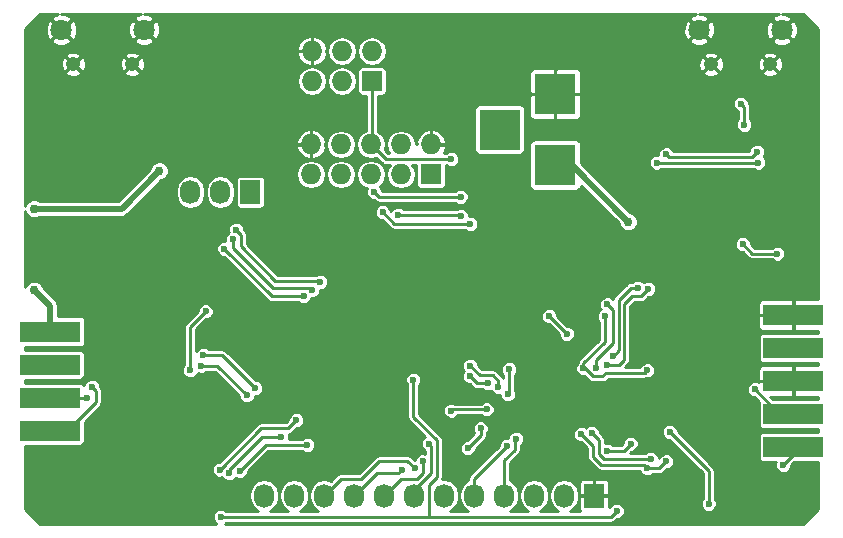
<source format=gbl>
G04 #@! TF.FileFunction,Copper,L2,Bot,Signal*
%FSLAX46Y46*%
G04 Gerber Fmt 4.6, Leading zero omitted, Abs format (unit mm)*
G04 Created by KiCad (PCBNEW (2015-07-11 BZR 5925, Git c291b88)-product) date 9/9/2015 4:31:27 PM*
%MOMM*%
G01*
G04 APERTURE LIST*
%ADD10C,0.100000*%
%ADD11R,5.080000X1.778000*%
%ADD12R,3.500120X3.500120*%
%ADD13R,1.727200X1.727200*%
%ADD14O,1.727200X1.727200*%
%ADD15R,1.727200X2.032000*%
%ADD16O,1.727200X2.032000*%
%ADD17C,1.800000*%
%ADD18C,1.250000*%
%ADD19C,0.600000*%
%ADD20C,0.750000*%
%ADD21C,0.250000*%
%ADD22C,0.500000*%
%ADD23C,0.254000*%
G04 APERTURE END LIST*
D10*
D11*
X105460000Y-139706000D03*
X105460000Y-142500000D03*
X105460000Y-145294000D03*
X105460000Y-148088000D03*
X105460000Y-136912000D03*
X42540000Y-146691000D03*
X42540000Y-143897000D03*
X42540000Y-141103000D03*
X42540000Y-138309000D03*
D12*
X85300000Y-124200140D03*
X85300000Y-118200660D03*
X80601000Y-121200400D03*
D13*
X74800000Y-125000000D03*
D14*
X74800000Y-122460000D03*
X72260000Y-125000000D03*
X72260000Y-122460000D03*
X69720000Y-125000000D03*
X69720000Y-122460000D03*
X67180000Y-125000000D03*
X67180000Y-122460000D03*
X64640000Y-125000000D03*
X64640000Y-122460000D03*
D13*
X69800000Y-117100000D03*
D14*
X69800000Y-114560000D03*
X67260000Y-117100000D03*
X67260000Y-114560000D03*
X64720000Y-117100000D03*
X64720000Y-114560000D03*
D15*
X59500000Y-126500000D03*
D16*
X56960000Y-126500000D03*
X54420000Y-126500000D03*
D17*
X50500900Y-112762540D03*
D18*
X49500900Y-115662540D03*
X44500900Y-115662540D03*
D17*
X43500900Y-112762540D03*
X104500900Y-112762540D03*
D18*
X103500900Y-115662540D03*
X98500900Y-115662540D03*
D17*
X97500900Y-112762540D03*
D15*
X88600000Y-152200000D03*
D16*
X86060000Y-152200000D03*
X83520000Y-152200000D03*
X80980000Y-152200000D03*
X78440000Y-152200000D03*
X75900000Y-152200000D03*
X73360000Y-152200000D03*
X70820000Y-152200000D03*
X68280000Y-152200000D03*
X65740000Y-152200000D03*
X63200000Y-152200000D03*
X60660000Y-152200000D03*
D19*
X84100000Y-140500000D03*
X78600000Y-140500000D03*
X92600000Y-146200000D03*
X96800000Y-139100000D03*
X80500000Y-126300000D03*
X81400000Y-136700000D03*
X79900000Y-132500000D03*
X90000000Y-133300000D03*
X86100000Y-133700000D03*
X85000000Y-130700000D03*
X94000000Y-130100000D03*
X99800000Y-130100000D03*
X88000000Y-130400000D03*
X97100000Y-145500000D03*
X42700000Y-129600000D03*
X55400000Y-129500000D03*
X46600000Y-129000000D03*
X76300000Y-115600000D03*
X104300000Y-128500000D03*
X101600000Y-141200000D03*
X101600000Y-138900000D03*
X100900000Y-134400000D03*
X101600000Y-140100000D03*
X103800000Y-135000000D03*
X106800000Y-135000000D03*
X92600000Y-137800000D03*
X95900000Y-134500000D03*
X47800000Y-136900000D03*
X57300000Y-134800000D03*
X51600000Y-134800000D03*
X47100000Y-132400000D03*
X62400000Y-142800000D03*
X70300000Y-142100000D03*
X66200000Y-141900000D03*
X66100000Y-138800000D03*
X75200000Y-133700000D03*
X68400000Y-128700000D03*
X68900000Y-132700000D03*
X71500000Y-134800000D03*
X77500000Y-137100000D03*
X72500000Y-141300000D03*
X78000000Y-149700000D03*
X81400000Y-145600000D03*
X87900000Y-144300000D03*
X101500000Y-152500000D03*
X101100000Y-146000000D03*
X42400000Y-152200000D03*
X55900000Y-152500000D03*
X46600000Y-148500000D03*
X45600000Y-135100000D03*
X43600000Y-135100000D03*
X52500000Y-139000000D03*
X55300000Y-138700000D03*
X93900000Y-127200000D03*
X98800000Y-127400000D03*
X90400000Y-122100000D03*
X52000000Y-143600000D03*
X94500000Y-151300000D03*
X63800000Y-131900000D03*
X60600000Y-137700000D03*
X95900000Y-145500000D03*
D20*
X91500000Y-129000000D03*
X51800000Y-124700000D03*
X41200000Y-127900000D03*
X41200000Y-134800000D03*
D19*
X93100000Y-141600000D03*
X89500000Y-137000000D03*
X87700000Y-141400000D03*
X72000000Y-128400000D03*
X77300000Y-128500000D03*
X101200000Y-130900000D03*
X104100000Y-131700000D03*
X94700000Y-149300000D03*
X93100000Y-149900000D03*
X87500000Y-147000000D03*
X104600000Y-149600000D03*
X88400000Y-146900000D03*
X93400000Y-149100000D03*
X45700000Y-143900000D03*
X102200000Y-143200000D03*
X46100000Y-143000000D03*
X76500000Y-123700000D03*
X73300000Y-142400000D03*
X57000000Y-154000000D03*
X90500000Y-153500000D03*
X79600000Y-142700000D03*
X78100000Y-142100000D03*
X80500000Y-143000000D03*
X78100000Y-141200000D03*
X70000000Y-126500000D03*
X77300000Y-126900000D03*
X65400000Y-134100000D03*
X58300000Y-129700000D03*
X102500000Y-124000000D03*
X93900000Y-124000000D03*
X102400000Y-123100000D03*
X94700000Y-123300000D03*
X58000000Y-130500000D03*
X64700000Y-134800000D03*
X57300000Y-131300000D03*
X64000000Y-135300000D03*
X101300000Y-120800000D03*
X101000000Y-119000000D03*
X74600000Y-147800000D03*
X79000000Y-146500000D03*
X77900000Y-148200000D03*
X89700000Y-148400000D03*
X91700000Y-147800000D03*
X72300000Y-150000000D03*
X73400000Y-149900000D03*
X89700000Y-136000000D03*
X88800000Y-141400000D03*
X81400000Y-141500000D03*
X81300000Y-143600000D03*
X79500000Y-144900000D03*
X76500000Y-145000000D03*
X74100000Y-149300000D03*
X55700000Y-136600000D03*
X54400000Y-141600000D03*
X89700000Y-141100000D03*
X82000000Y-147400000D03*
X93200000Y-134700000D03*
X90200000Y-140400000D03*
X81200000Y-148000000D03*
X92300000Y-134600000D03*
X86300000Y-138500000D03*
X70700000Y-128200000D03*
X78100000Y-129200000D03*
X84800000Y-137000000D03*
X55500000Y-140300000D03*
X59900000Y-143100000D03*
X55300000Y-141200000D03*
X59200000Y-143700000D03*
X63400000Y-145800000D03*
X56900000Y-150000000D03*
X98300000Y-152900000D03*
X95000000Y-146800000D03*
X57700000Y-150300000D03*
X62100000Y-147200000D03*
X58600000Y-150100000D03*
X64300000Y-147900000D03*
D21*
X86800000Y-141800000D02*
X85400000Y-141800000D01*
X85400000Y-141800000D02*
X84100000Y-140500000D01*
X84100000Y-140500000D02*
X83600000Y-140500000D01*
X78700000Y-140400000D02*
X78700000Y-140300000D01*
X78600000Y-140500000D02*
X78700000Y-140400000D01*
X95900000Y-145500000D02*
X93300000Y-145500000D01*
X93300000Y-145500000D02*
X92600000Y-146200000D01*
X92600000Y-137800000D02*
X95500000Y-137800000D01*
X95500000Y-137800000D02*
X96800000Y-139100000D01*
X85000000Y-130700000D02*
X84900000Y-130700000D01*
X84900000Y-130700000D02*
X80500000Y-126300000D01*
X79900000Y-132500000D02*
X79900000Y-135200000D01*
X79900000Y-135200000D02*
X81400000Y-136700000D01*
X85000000Y-130700000D02*
X81700000Y-130700000D01*
X81700000Y-130700000D02*
X79900000Y-132500000D01*
X86100000Y-133700000D02*
X89600000Y-133700000D01*
X89600000Y-133700000D02*
X90000000Y-133300000D01*
X85000000Y-130700000D02*
X85000000Y-132600000D01*
X85000000Y-132600000D02*
X86100000Y-133700000D01*
X88000000Y-130400000D02*
X85300000Y-130400000D01*
X85300000Y-130400000D02*
X85000000Y-130700000D01*
X94100000Y-130200000D02*
X94300000Y-130200000D01*
X94000000Y-130100000D02*
X94100000Y-130200000D01*
X88300000Y-130100000D02*
X99800000Y-130100000D01*
X88000000Y-130400000D02*
X88300000Y-130100000D01*
X97100000Y-145500000D02*
X97100000Y-145700000D01*
X66100000Y-138800000D02*
X66100000Y-135500000D01*
X66100000Y-135500000D02*
X68900000Y-132700000D01*
X46600000Y-129000000D02*
X42800000Y-129500000D01*
X42800000Y-129500000D02*
X42700000Y-129600000D01*
X47100000Y-132400000D02*
X47100000Y-130000000D01*
X55400000Y-129500000D02*
X56100000Y-129500000D01*
X47100000Y-130000000D02*
X46600000Y-129000000D01*
X76200000Y-115700000D02*
X75900000Y-115700000D01*
X76300000Y-115600000D02*
X76200000Y-115700000D01*
X98800000Y-127400000D02*
X103200000Y-127400000D01*
X103200000Y-127400000D02*
X104300000Y-128500000D01*
X101600000Y-140100000D02*
X101600000Y-138900000D01*
X105460000Y-142500000D02*
X102500000Y-142500000D01*
X102500000Y-142500000D02*
X101600000Y-141600000D01*
X101600000Y-141600000D02*
X101600000Y-141200000D01*
X100900000Y-134400000D02*
X101100000Y-134600000D01*
X105460000Y-136912000D02*
X105460000Y-135340000D01*
X103900000Y-135100000D02*
X104200000Y-135100000D01*
X103800000Y-135000000D02*
X103900000Y-135100000D01*
X105800000Y-135000000D02*
X106800000Y-135000000D01*
X105460000Y-135340000D02*
X105800000Y-135000000D01*
X92600000Y-137800000D02*
X92300000Y-137800000D01*
X95900000Y-134500000D02*
X95300000Y-134500000D01*
X45600000Y-135100000D02*
X46000000Y-135100000D01*
X46000000Y-135100000D02*
X47800000Y-136900000D01*
X51600000Y-134800000D02*
X57300000Y-134800000D01*
X49500000Y-134800000D02*
X51600000Y-134800000D01*
X47100000Y-132400000D02*
X49500000Y-134800000D01*
X66200000Y-141900000D02*
X63300000Y-141900000D01*
X63300000Y-141900000D02*
X62400000Y-142800000D01*
X70300000Y-142100000D02*
X70100000Y-142300000D01*
X66100000Y-138800000D02*
X66100000Y-141800000D01*
X66100000Y-141800000D02*
X66200000Y-141900000D01*
X65900000Y-138600000D02*
X65800000Y-138600000D01*
X66100000Y-138800000D02*
X65900000Y-138600000D01*
X75200000Y-133700000D02*
X75700000Y-133700000D01*
X68400000Y-128700000D02*
X66700000Y-128800000D01*
X69400000Y-132700000D02*
X68900000Y-132700000D01*
X71500000Y-134800000D02*
X69400000Y-132700000D01*
X76700000Y-137100000D02*
X77500000Y-137100000D01*
X72500000Y-141300000D02*
X76700000Y-137100000D01*
X81400000Y-145600000D02*
X81400000Y-146300000D01*
X81400000Y-146300000D02*
X78000000Y-149700000D01*
X87900000Y-144300000D02*
X82700000Y-144300000D01*
X82700000Y-144300000D02*
X81400000Y-145600000D01*
X101100000Y-146000000D02*
X101100000Y-152100000D01*
X101100000Y-152100000D02*
X101500000Y-152500000D01*
X95900000Y-145500000D02*
X100600000Y-145500000D01*
X100600000Y-145500000D02*
X101100000Y-146000000D01*
X46600000Y-148500000D02*
X46100000Y-148500000D01*
X46100000Y-148500000D02*
X42400000Y-152200000D01*
X52000000Y-143600000D02*
X51500000Y-143600000D01*
X55900000Y-152500000D02*
X55900000Y-152100000D01*
X51500000Y-143600000D02*
X46600000Y-148500000D01*
X43600000Y-135100000D02*
X45600000Y-135100000D01*
X52500000Y-139000000D02*
X52500000Y-139200000D01*
X55300000Y-138700000D02*
X55300000Y-139100000D01*
X93900000Y-127200000D02*
X94100000Y-127200000D01*
X98800000Y-127400000D02*
X99000000Y-127400000D01*
X90400000Y-122100000D02*
X90400000Y-122400000D01*
X52100000Y-143700000D02*
X52100000Y-143900000D01*
X52000000Y-143600000D02*
X52100000Y-143700000D01*
X94500000Y-151300000D02*
X94600000Y-151300000D01*
X63900000Y-132000000D02*
X64000000Y-132000000D01*
X63800000Y-131900000D02*
X63900000Y-132000000D01*
X60600000Y-137700000D02*
X61000000Y-137700000D01*
X95900000Y-145500000D02*
X95300000Y-145500000D01*
D22*
X85300000Y-124200140D02*
X86700140Y-124200140D01*
X86700140Y-124200140D02*
X91500000Y-129000000D01*
X41200000Y-127900000D02*
X48600000Y-127900000D01*
X48600000Y-127900000D02*
X51800000Y-124700000D01*
X42540000Y-138309000D02*
X42540000Y-136140000D01*
X42540000Y-136140000D02*
X41200000Y-134800000D01*
X42300000Y-138069000D02*
X42540000Y-138309000D01*
D21*
X87700000Y-141400000D02*
X87800000Y-141400000D01*
X92900000Y-141800000D02*
X93100000Y-141600000D01*
X89600000Y-141800000D02*
X92900000Y-141800000D01*
X89300000Y-142100000D02*
X89600000Y-141800000D01*
X88500000Y-142100000D02*
X89300000Y-142100000D01*
X87800000Y-141400000D02*
X88500000Y-142100000D01*
X87700000Y-141400000D02*
X87700000Y-141000000D01*
X87700000Y-141000000D02*
X89500000Y-139200000D01*
X89500000Y-139200000D02*
X89500000Y-137000000D01*
X77200000Y-128400000D02*
X77300000Y-128500000D01*
X76000000Y-128400000D02*
X77200000Y-128400000D01*
X72000000Y-128400000D02*
X76000000Y-128400000D01*
X102000000Y-131700000D02*
X104100000Y-131700000D01*
X101200000Y-130900000D02*
X102000000Y-131700000D01*
X93100000Y-149900000D02*
X94100000Y-149900000D01*
X94100000Y-149900000D02*
X94700000Y-149300000D01*
X92800000Y-149600000D02*
X93100000Y-149900000D01*
X89200000Y-149600000D02*
X92800000Y-149600000D01*
X88500000Y-148900000D02*
X89200000Y-149600000D01*
X88500000Y-148000000D02*
X88500000Y-148900000D01*
X87500000Y-147000000D02*
X88500000Y-148000000D01*
X104600000Y-149600000D02*
X105460000Y-148740000D01*
X105460000Y-148740000D02*
X105460000Y-148088000D01*
X88400000Y-146900000D02*
X89000000Y-147500000D01*
X89000000Y-147500000D02*
X89000000Y-148700000D01*
X89000000Y-148700000D02*
X89400000Y-149100000D01*
X89400000Y-149100000D02*
X93400000Y-149100000D01*
X42540000Y-143897000D02*
X42543000Y-143900000D01*
X42543000Y-143900000D02*
X45700000Y-143900000D01*
X105460000Y-145294000D02*
X104294000Y-145294000D01*
X104294000Y-145294000D02*
X102200000Y-143200000D01*
X42540000Y-146691000D02*
X44009000Y-146691000D01*
X44009000Y-146691000D02*
X46400000Y-144300000D01*
X46400000Y-144300000D02*
X46400000Y-143300000D01*
X46400000Y-143300000D02*
X46100000Y-143000000D01*
X69720000Y-122460000D02*
X69800000Y-122380000D01*
X69800000Y-122380000D02*
X69800000Y-117100000D01*
X70960000Y-123700000D02*
X69720000Y-122460000D01*
X76500000Y-123700000D02*
X70960000Y-123700000D01*
X74600000Y-154000000D02*
X74600000Y-151300000D01*
X73300000Y-145500000D02*
X73300000Y-142400000D01*
X75300000Y-147500000D02*
X73300000Y-145500000D01*
X75300000Y-150600000D02*
X75300000Y-147500000D01*
X74600000Y-151300000D02*
X75300000Y-150600000D01*
X90000000Y-154000000D02*
X74600000Y-154000000D01*
X74600000Y-154000000D02*
X74700000Y-154000000D01*
X74700000Y-154000000D02*
X74500000Y-154000000D01*
X74500000Y-154000000D02*
X57000000Y-154000000D01*
X90500000Y-153500000D02*
X90000000Y-154000000D01*
X78700000Y-142700000D02*
X79600000Y-142700000D01*
X78100000Y-142100000D02*
X78700000Y-142700000D01*
X80500000Y-142500000D02*
X80500000Y-143000000D01*
X80000000Y-142000000D02*
X80500000Y-142500000D01*
X78900000Y-142000000D02*
X80000000Y-142000000D01*
X78100000Y-141200000D02*
X78900000Y-142000000D01*
X70400000Y-126900000D02*
X70000000Y-126500000D01*
X77300000Y-126900000D02*
X70400000Y-126900000D01*
X65300000Y-134000000D02*
X65400000Y-134100000D01*
X61600000Y-134000000D02*
X65300000Y-134000000D01*
X58700000Y-131100000D02*
X61600000Y-134000000D01*
X58700000Y-130100000D02*
X58700000Y-131100000D01*
X58300000Y-129700000D02*
X58700000Y-130100000D01*
X93900000Y-124000000D02*
X102500000Y-124000000D01*
X102000000Y-123500000D02*
X102400000Y-123100000D01*
X94900000Y-123500000D02*
X102000000Y-123500000D01*
X94700000Y-123300000D02*
X94900000Y-123500000D01*
X58000000Y-130600000D02*
X58000000Y-130500000D01*
X58000000Y-131200000D02*
X58000000Y-130600000D01*
X61400000Y-134600000D02*
X58000000Y-131200000D01*
X64500000Y-134600000D02*
X61400000Y-134600000D01*
X64700000Y-134800000D02*
X64500000Y-134600000D01*
X57300000Y-131300000D02*
X61300000Y-135300000D01*
X61300000Y-135300000D02*
X64000000Y-135300000D01*
X101000000Y-119000000D02*
X101300000Y-119300000D01*
X101300000Y-119300000D02*
X101300000Y-120800000D01*
X73360000Y-152200000D02*
X73360000Y-151740000D01*
X73360000Y-151740000D02*
X74800000Y-150300000D01*
X74600000Y-147800000D02*
X74800000Y-148000000D01*
X74800000Y-148000000D02*
X74800000Y-150300000D01*
X79000000Y-147100000D02*
X79000000Y-146500000D01*
X77900000Y-148200000D02*
X79000000Y-147100000D01*
X91100000Y-148400000D02*
X89700000Y-148400000D01*
X91700000Y-147800000D02*
X91100000Y-148400000D01*
X68280000Y-152200000D02*
X70180000Y-150300000D01*
X70180000Y-150300000D02*
X72000000Y-150300000D01*
X72000000Y-150300000D02*
X72300000Y-150000000D01*
X65740000Y-152200000D02*
X67140000Y-150800000D01*
X72800000Y-149300000D02*
X73400000Y-149900000D01*
X70400000Y-149300000D02*
X72800000Y-149300000D01*
X68900000Y-150800000D02*
X70400000Y-149300000D01*
X67140000Y-150800000D02*
X68900000Y-150800000D01*
X90200000Y-136500000D02*
X90200000Y-139300000D01*
X89700000Y-136000000D02*
X90200000Y-136500000D01*
X88800000Y-141400000D02*
X88800000Y-140700000D01*
X88800000Y-140700000D02*
X90200000Y-139300000D01*
X72210000Y-150810000D02*
X73590000Y-150810000D01*
X81400000Y-143500000D02*
X81400000Y-141500000D01*
X81300000Y-143600000D02*
X81400000Y-143500000D01*
X76600000Y-144900000D02*
X79500000Y-144900000D01*
X76500000Y-145000000D02*
X76600000Y-144900000D01*
X74100000Y-150300000D02*
X74100000Y-149300000D01*
X73590000Y-150810000D02*
X74100000Y-150300000D01*
X70820000Y-152200000D02*
X72210000Y-150810000D01*
X72210000Y-150810000D02*
X72220000Y-150800000D01*
X54400000Y-137900000D02*
X55700000Y-136600000D01*
X54400000Y-140400000D02*
X54400000Y-137900000D01*
X54400000Y-141600000D02*
X54400000Y-140400000D01*
X92850000Y-135050000D02*
X92600000Y-135300000D01*
X91150002Y-140649998D02*
X91100000Y-140700000D01*
X91150002Y-135949998D02*
X91150002Y-140649998D01*
X91800000Y-135300000D02*
X91150002Y-135949998D01*
X92600000Y-135300000D02*
X91800000Y-135300000D01*
X91100000Y-140700000D02*
X90700000Y-141100000D01*
X90700000Y-141100000D02*
X89700000Y-141100000D01*
X80980000Y-149220000D02*
X80980000Y-152200000D01*
X81900000Y-148300000D02*
X80980000Y-149220000D01*
X81900000Y-147500000D02*
X81900000Y-148300000D01*
X82000000Y-147400000D02*
X81900000Y-147500000D01*
X92850000Y-135050000D02*
X93200000Y-134700000D01*
X92300000Y-134600000D02*
X91700000Y-134600000D01*
X90600000Y-139900000D02*
X90600000Y-140000000D01*
X90700000Y-139900000D02*
X90600000Y-139900000D01*
X90700000Y-135600000D02*
X90700000Y-139900000D01*
X91700000Y-134600000D02*
X90700000Y-135600000D01*
X90200000Y-140400000D02*
X90600000Y-140000000D01*
X78440000Y-150760000D02*
X78440000Y-152200000D01*
X81200000Y-148000000D02*
X78440000Y-150760000D01*
X71700000Y-129200000D02*
X70700000Y-128200000D01*
X72900000Y-129200000D02*
X71700000Y-129200000D01*
X78100000Y-129200000D02*
X72900000Y-129200000D01*
X86300000Y-138500000D02*
X84800000Y-137000000D01*
X57100000Y-140300000D02*
X55500000Y-140300000D01*
X59900000Y-143100000D02*
X57100000Y-140300000D01*
X56700000Y-141200000D02*
X55300000Y-141200000D01*
X59200000Y-143700000D02*
X56700000Y-141200000D01*
X62700000Y-146500000D02*
X63400000Y-145800000D01*
X60400000Y-146500000D02*
X62700000Y-146500000D01*
X56900000Y-150000000D02*
X60400000Y-146500000D01*
X98300000Y-150100000D02*
X98300000Y-152900000D01*
X95000000Y-146800000D02*
X98300000Y-150100000D01*
X57700000Y-150300000D02*
X57700000Y-150000000D01*
X57700000Y-150000000D02*
X60500000Y-147200000D01*
X60500000Y-147200000D02*
X62100000Y-147200000D01*
X58600000Y-150100000D02*
X60800000Y-147900000D01*
X60800000Y-147900000D02*
X64300000Y-147900000D01*
D23*
G36*
X42766818Y-111616301D02*
X42722834Y-111645690D01*
X42634614Y-111858071D01*
X43500900Y-112724356D01*
X44367186Y-111858071D01*
X44278966Y-111645690D01*
X43792339Y-111432952D01*
X43486091Y-111427000D01*
X50250190Y-111427000D01*
X49766818Y-111616301D01*
X49722834Y-111645690D01*
X49634614Y-111858071D01*
X50500900Y-112724356D01*
X51367186Y-111858071D01*
X51278966Y-111645690D01*
X50792339Y-111432952D01*
X50486091Y-111427000D01*
X97250190Y-111427000D01*
X96766818Y-111616301D01*
X96722834Y-111645690D01*
X96634614Y-111858071D01*
X97500900Y-112724356D01*
X98367186Y-111858071D01*
X98278966Y-111645690D01*
X97792339Y-111432952D01*
X97486091Y-111427000D01*
X104250190Y-111427000D01*
X103766818Y-111616301D01*
X103722834Y-111645690D01*
X103634614Y-111858071D01*
X104500900Y-112724356D01*
X105367186Y-111858071D01*
X105278966Y-111645690D01*
X104792339Y-111432952D01*
X104486091Y-111427000D01*
X106323130Y-111427000D01*
X107573000Y-112676869D01*
X107573000Y-135588000D01*
X105595750Y-135588000D01*
X105487000Y-135696750D01*
X105487000Y-136885000D01*
X105507000Y-136885000D01*
X105507000Y-136939000D01*
X105487000Y-136939000D01*
X105487000Y-138127250D01*
X105595750Y-138236000D01*
X107573000Y-138236000D01*
X107573000Y-138432614D01*
X102920000Y-138432614D01*
X102776251Y-138460505D01*
X102649909Y-138543498D01*
X102565337Y-138668788D01*
X102535614Y-138817000D01*
X102535614Y-140595000D01*
X102563505Y-140738749D01*
X102646498Y-140865091D01*
X102771788Y-140949663D01*
X102920000Y-140979386D01*
X107573000Y-140979386D01*
X107573000Y-141176000D01*
X105595750Y-141176000D01*
X105487000Y-141284750D01*
X105487000Y-142473000D01*
X105507000Y-142473000D01*
X105507000Y-142527000D01*
X105487000Y-142527000D01*
X105487000Y-143715250D01*
X105595750Y-143824000D01*
X107573000Y-143824000D01*
X107573000Y-144020614D01*
X103730549Y-144020614D01*
X103533936Y-143824000D01*
X105324250Y-143824000D01*
X105433000Y-143715250D01*
X105433000Y-142527000D01*
X102593750Y-142527000D01*
X102520649Y-142600101D01*
X102335254Y-142523118D01*
X102065927Y-142522883D01*
X101817011Y-142625733D01*
X101626402Y-142816010D01*
X101523118Y-143064746D01*
X101522883Y-143334073D01*
X101625733Y-143582989D01*
X101816010Y-143773598D01*
X102064746Y-143876882D01*
X102167035Y-143876971D01*
X102562249Y-144272185D01*
X102535614Y-144405000D01*
X102535614Y-146183000D01*
X102563505Y-146326749D01*
X102646498Y-146453091D01*
X102771788Y-146537663D01*
X102920000Y-146567386D01*
X107573000Y-146567386D01*
X107573000Y-146814614D01*
X102920000Y-146814614D01*
X102776251Y-146842505D01*
X102649909Y-146925498D01*
X102565337Y-147050788D01*
X102535614Y-147199000D01*
X102535614Y-148977000D01*
X102563505Y-149120749D01*
X102646498Y-149247091D01*
X102771788Y-149331663D01*
X102920000Y-149361386D01*
X103966037Y-149361386D01*
X103923118Y-149464746D01*
X103922883Y-149734073D01*
X104025733Y-149982989D01*
X104216010Y-150173598D01*
X104464746Y-150276882D01*
X104734073Y-150277117D01*
X104982989Y-150174267D01*
X105173598Y-149983990D01*
X105276882Y-149735254D01*
X105276971Y-149632964D01*
X105548549Y-149361386D01*
X107573000Y-149361386D01*
X107573000Y-153323131D01*
X106323130Y-154573000D01*
X57384258Y-154573000D01*
X57455382Y-154502000D01*
X89999995Y-154502000D01*
X90000000Y-154502001D01*
X90192107Y-154463788D01*
X90354968Y-154354968D01*
X90532907Y-154177029D01*
X90634073Y-154177117D01*
X90882989Y-154074267D01*
X91073598Y-153883990D01*
X91176882Y-153635254D01*
X91177117Y-153365927D01*
X91074267Y-153117011D01*
X90883990Y-152926402D01*
X90635254Y-152823118D01*
X90365927Y-152822883D01*
X90117011Y-152925733D01*
X89926402Y-153116010D01*
X89898600Y-153182965D01*
X89898600Y-152335750D01*
X89789850Y-152227000D01*
X88627000Y-152227000D01*
X88627000Y-152247000D01*
X88573000Y-152247000D01*
X88573000Y-152227000D01*
X87410150Y-152227000D01*
X87301400Y-152335750D01*
X87301400Y-153302527D01*
X87367625Y-153462408D01*
X87403217Y-153498000D01*
X86576445Y-153498000D01*
X86937237Y-153256927D01*
X87206165Y-152854447D01*
X87300600Y-152379690D01*
X87300600Y-152020310D01*
X87206165Y-151545553D01*
X86937237Y-151143073D01*
X86868992Y-151097473D01*
X87301400Y-151097473D01*
X87301400Y-152064250D01*
X87410150Y-152173000D01*
X88573000Y-152173000D01*
X88573000Y-150857750D01*
X88627000Y-150857750D01*
X88627000Y-152173000D01*
X89789850Y-152173000D01*
X89898600Y-152064250D01*
X89898600Y-151097473D01*
X89832375Y-150937592D01*
X89710008Y-150815225D01*
X89550127Y-150749000D01*
X88735750Y-150749000D01*
X88627000Y-150857750D01*
X88573000Y-150857750D01*
X88573000Y-150857750D01*
X88464250Y-150749000D01*
X87649873Y-150749000D01*
X87489992Y-150815225D01*
X87367625Y-150937592D01*
X87301400Y-151097473D01*
X86868992Y-151097473D01*
X86534757Y-150874145D01*
X86060000Y-150779710D01*
X85585243Y-150874145D01*
X85182763Y-151143073D01*
X84913835Y-151545553D01*
X84819400Y-152020310D01*
X84819400Y-152379690D01*
X84913835Y-152854447D01*
X85182763Y-153256927D01*
X85543555Y-153498000D01*
X84036445Y-153498000D01*
X84397237Y-153256927D01*
X84666165Y-152854447D01*
X84760600Y-152379690D01*
X84760600Y-152020310D01*
X84666165Y-151545553D01*
X84397237Y-151143073D01*
X83994757Y-150874145D01*
X83520000Y-150779710D01*
X83045243Y-150874145D01*
X82642763Y-151143073D01*
X82373835Y-151545553D01*
X82279400Y-152020310D01*
X82279400Y-152379690D01*
X82373835Y-152854447D01*
X82642763Y-153256927D01*
X83003555Y-153498000D01*
X81496445Y-153498000D01*
X81857237Y-153256927D01*
X82126165Y-152854447D01*
X82220600Y-152379690D01*
X82220600Y-152020310D01*
X82126165Y-151545553D01*
X81857237Y-151143073D01*
X81482000Y-150892348D01*
X81482000Y-149427936D01*
X82254965Y-148654970D01*
X82254968Y-148654968D01*
X82363788Y-148492107D01*
X82402000Y-148300000D01*
X82402000Y-147955289D01*
X82573598Y-147783990D01*
X82676882Y-147535254D01*
X82677117Y-147265927D01*
X82622637Y-147134073D01*
X86822883Y-147134073D01*
X86925733Y-147382989D01*
X87116010Y-147573598D01*
X87364746Y-147676882D01*
X87467036Y-147676971D01*
X87998000Y-148207935D01*
X87998000Y-148899995D01*
X87997999Y-148900000D01*
X88036212Y-149092107D01*
X88145032Y-149254968D01*
X88845030Y-149954965D01*
X88845032Y-149954968D01*
X89007893Y-150063788D01*
X89200000Y-150102000D01*
X92450950Y-150102000D01*
X92525733Y-150282989D01*
X92716010Y-150473598D01*
X92964746Y-150576882D01*
X93234073Y-150577117D01*
X93482989Y-150474267D01*
X93555382Y-150402000D01*
X94099995Y-150402000D01*
X94100000Y-150402001D01*
X94292107Y-150363788D01*
X94454968Y-150254968D01*
X94732907Y-149977029D01*
X94834073Y-149977117D01*
X95082989Y-149874267D01*
X95273598Y-149683990D01*
X95376882Y-149435254D01*
X95377117Y-149165927D01*
X95274267Y-148917011D01*
X95083990Y-148726402D01*
X94835254Y-148623118D01*
X94565927Y-148622883D01*
X94317011Y-148725733D01*
X94126402Y-148916010D01*
X94077057Y-149034847D01*
X94077117Y-148965927D01*
X93974267Y-148717011D01*
X93783990Y-148526402D01*
X93535254Y-148423118D01*
X93265927Y-148422883D01*
X93017011Y-148525733D01*
X92944618Y-148598000D01*
X91611936Y-148598000D01*
X91732907Y-148477029D01*
X91834073Y-148477117D01*
X92082989Y-148374267D01*
X92273598Y-148183990D01*
X92376882Y-147935254D01*
X92377117Y-147665927D01*
X92274267Y-147417011D01*
X92083990Y-147226402D01*
X91835254Y-147123118D01*
X91565927Y-147122883D01*
X91317011Y-147225733D01*
X91126402Y-147416010D01*
X91023118Y-147664746D01*
X91023029Y-147767035D01*
X90892064Y-147898000D01*
X90155463Y-147898000D01*
X90083990Y-147826402D01*
X89835254Y-147723118D01*
X89565927Y-147722883D01*
X89502000Y-147749297D01*
X89502000Y-147500000D01*
X89480539Y-147392107D01*
X89463788Y-147307892D01*
X89354968Y-147145032D01*
X89144009Y-146934073D01*
X94322883Y-146934073D01*
X94425733Y-147182989D01*
X94616010Y-147373598D01*
X94864746Y-147476882D01*
X94967035Y-147476971D01*
X97798000Y-150307935D01*
X97798000Y-152444537D01*
X97726402Y-152516010D01*
X97623118Y-152764746D01*
X97622883Y-153034073D01*
X97725733Y-153282989D01*
X97916010Y-153473598D01*
X98164746Y-153576882D01*
X98434073Y-153577117D01*
X98682989Y-153474267D01*
X98873598Y-153283990D01*
X98976882Y-153035254D01*
X98977117Y-152765927D01*
X98874267Y-152517011D01*
X98802000Y-152444618D01*
X98802000Y-150100005D01*
X98802001Y-150100000D01*
X98763788Y-149907893D01*
X98696970Y-149807893D01*
X98654968Y-149745032D01*
X98654965Y-149745030D01*
X95677029Y-146767093D01*
X95677117Y-146665927D01*
X95574267Y-146417011D01*
X95383990Y-146226402D01*
X95135254Y-146123118D01*
X94865927Y-146122883D01*
X94617011Y-146225733D01*
X94426402Y-146416010D01*
X94323118Y-146664746D01*
X94322883Y-146934073D01*
X89144009Y-146934073D01*
X89077029Y-146867093D01*
X89077117Y-146765927D01*
X88974267Y-146517011D01*
X88783990Y-146326402D01*
X88535254Y-146223118D01*
X88265927Y-146222883D01*
X88017011Y-146325733D01*
X87900050Y-146442490D01*
X87883990Y-146426402D01*
X87635254Y-146323118D01*
X87365927Y-146322883D01*
X87117011Y-146425733D01*
X86926402Y-146616010D01*
X86823118Y-146864746D01*
X86822883Y-147134073D01*
X82622637Y-147134073D01*
X82574267Y-147017011D01*
X82383990Y-146826402D01*
X82135254Y-146723118D01*
X81865927Y-146722883D01*
X81617011Y-146825733D01*
X81426402Y-147016010D01*
X81323118Y-147264746D01*
X81323067Y-147323107D01*
X81065927Y-147322883D01*
X80817011Y-147425733D01*
X80626402Y-147616010D01*
X80523118Y-147864746D01*
X80523029Y-147967036D01*
X78085032Y-150405032D01*
X77976212Y-150567893D01*
X77937999Y-150760000D01*
X77938000Y-150760005D01*
X77938000Y-150892348D01*
X77562763Y-151143073D01*
X77293835Y-151545553D01*
X77199400Y-152020310D01*
X77199400Y-152379690D01*
X77293835Y-152854447D01*
X77562763Y-153256927D01*
X77923555Y-153498000D01*
X76416445Y-153498000D01*
X76777237Y-153256927D01*
X77046165Y-152854447D01*
X77140600Y-152379690D01*
X77140600Y-152020310D01*
X77046165Y-151545553D01*
X76777237Y-151143073D01*
X76374757Y-150874145D01*
X75900000Y-150779710D01*
X75752462Y-150809057D01*
X75763788Y-150792107D01*
X75802000Y-150600000D01*
X75802000Y-148334073D01*
X77222883Y-148334073D01*
X77325733Y-148582989D01*
X77516010Y-148773598D01*
X77764746Y-148876882D01*
X78034073Y-148877117D01*
X78282989Y-148774267D01*
X78473598Y-148583990D01*
X78576882Y-148335254D01*
X78576971Y-148232965D01*
X79354968Y-147454968D01*
X79463788Y-147292107D01*
X79502001Y-147100000D01*
X79502000Y-147099995D01*
X79502000Y-146955463D01*
X79573598Y-146883990D01*
X79676882Y-146635254D01*
X79677117Y-146365927D01*
X79574267Y-146117011D01*
X79383990Y-145926402D01*
X79135254Y-145823118D01*
X78865927Y-145822883D01*
X78617011Y-145925733D01*
X78426402Y-146116010D01*
X78323118Y-146364746D01*
X78322883Y-146634073D01*
X78425733Y-146882989D01*
X78466369Y-146923695D01*
X77867093Y-147522971D01*
X77765927Y-147522883D01*
X77517011Y-147625733D01*
X77326402Y-147816010D01*
X77223118Y-148064746D01*
X77222883Y-148334073D01*
X75802000Y-148334073D01*
X75802000Y-147500000D01*
X75780539Y-147392107D01*
X75763788Y-147307892D01*
X75654968Y-147145032D01*
X73802000Y-145292064D01*
X73802000Y-145134073D01*
X75822883Y-145134073D01*
X75925733Y-145382989D01*
X76116010Y-145573598D01*
X76364746Y-145676882D01*
X76634073Y-145677117D01*
X76882989Y-145574267D01*
X77055557Y-145402000D01*
X79044537Y-145402000D01*
X79116010Y-145473598D01*
X79364746Y-145576882D01*
X79634073Y-145577117D01*
X79882989Y-145474267D01*
X80073598Y-145283990D01*
X80176882Y-145035254D01*
X80177117Y-144765927D01*
X80074267Y-144517011D01*
X79883990Y-144326402D01*
X79635254Y-144223118D01*
X79365927Y-144222883D01*
X79117011Y-144325733D01*
X79044618Y-144398000D01*
X76815590Y-144398000D01*
X76635254Y-144323118D01*
X76365927Y-144322883D01*
X76117011Y-144425733D01*
X75926402Y-144616010D01*
X75823118Y-144864746D01*
X75822883Y-145134073D01*
X73802000Y-145134073D01*
X73802000Y-142855463D01*
X73873598Y-142783990D01*
X73976882Y-142535254D01*
X73977117Y-142265927D01*
X73874267Y-142017011D01*
X73683990Y-141826402D01*
X73435254Y-141723118D01*
X73165927Y-141722883D01*
X72917011Y-141825733D01*
X72726402Y-142016010D01*
X72623118Y-142264746D01*
X72622883Y-142534073D01*
X72725733Y-142782989D01*
X72798000Y-142855382D01*
X72798000Y-145499995D01*
X72797999Y-145500000D01*
X72836212Y-145692107D01*
X72945032Y-145854968D01*
X74286914Y-147196850D01*
X74217011Y-147225733D01*
X74026402Y-147416010D01*
X73923118Y-147664746D01*
X73922883Y-147934073D01*
X74025733Y-148182989D01*
X74216010Y-148373598D01*
X74298000Y-148407643D01*
X74298000Y-148649172D01*
X74235254Y-148623118D01*
X73965927Y-148622883D01*
X73717011Y-148725733D01*
X73526402Y-148916010D01*
X73423118Y-149164746D01*
X73423076Y-149213140D01*
X73154968Y-148945032D01*
X72992107Y-148836212D01*
X72800000Y-148797999D01*
X72799995Y-148798000D01*
X70400000Y-148798000D01*
X70207892Y-148836212D01*
X70147026Y-148876882D01*
X70045032Y-148945032D01*
X70045030Y-148945035D01*
X68692064Y-150298000D01*
X67140005Y-150298000D01*
X67140000Y-150297999D01*
X66947893Y-150336212D01*
X66785032Y-150445032D01*
X66299378Y-150930686D01*
X66214757Y-150874145D01*
X65740000Y-150779710D01*
X65265243Y-150874145D01*
X64862763Y-151143073D01*
X64593835Y-151545553D01*
X64499400Y-152020310D01*
X64499400Y-152379690D01*
X64593835Y-152854447D01*
X64862763Y-153256927D01*
X65223555Y-153498000D01*
X63716445Y-153498000D01*
X64077237Y-153256927D01*
X64346165Y-152854447D01*
X64440600Y-152379690D01*
X64440600Y-152020310D01*
X64346165Y-151545553D01*
X64077237Y-151143073D01*
X63674757Y-150874145D01*
X63200000Y-150779710D01*
X62725243Y-150874145D01*
X62322763Y-151143073D01*
X62053835Y-151545553D01*
X61959400Y-152020310D01*
X61959400Y-152379690D01*
X62053835Y-152854447D01*
X62322763Y-153256927D01*
X62683555Y-153498000D01*
X61176445Y-153498000D01*
X61537237Y-153256927D01*
X61806165Y-152854447D01*
X61900600Y-152379690D01*
X61900600Y-152020310D01*
X61806165Y-151545553D01*
X61537237Y-151143073D01*
X61134757Y-150874145D01*
X60660000Y-150779710D01*
X60185243Y-150874145D01*
X59782763Y-151143073D01*
X59513835Y-151545553D01*
X59419400Y-152020310D01*
X59419400Y-152379690D01*
X59513835Y-152854447D01*
X59782763Y-153256927D01*
X60143555Y-153498000D01*
X57455463Y-153498000D01*
X57383990Y-153426402D01*
X57135254Y-153323118D01*
X56865927Y-153322883D01*
X56617011Y-153425733D01*
X56426402Y-153616010D01*
X56323118Y-153864746D01*
X56322883Y-154134073D01*
X56425733Y-154382989D01*
X56615413Y-154573000D01*
X41676869Y-154573000D01*
X40427000Y-153323130D01*
X40427000Y-150134073D01*
X56222883Y-150134073D01*
X56325733Y-150382989D01*
X56516010Y-150573598D01*
X56764746Y-150676882D01*
X57034073Y-150677117D01*
X57110294Y-150645623D01*
X57125733Y-150682989D01*
X57316010Y-150873598D01*
X57564746Y-150976882D01*
X57834073Y-150977117D01*
X58082989Y-150874267D01*
X58264033Y-150693539D01*
X58464746Y-150776882D01*
X58734073Y-150777117D01*
X58982989Y-150674267D01*
X59173598Y-150483990D01*
X59276882Y-150235254D01*
X59276971Y-150132965D01*
X61007935Y-148402000D01*
X63844537Y-148402000D01*
X63916010Y-148473598D01*
X64164746Y-148576882D01*
X64434073Y-148577117D01*
X64682989Y-148474267D01*
X64873598Y-148283990D01*
X64976882Y-148035254D01*
X64977117Y-147765927D01*
X64874267Y-147517011D01*
X64683990Y-147326402D01*
X64435254Y-147223118D01*
X64165927Y-147222883D01*
X63917011Y-147325733D01*
X63844618Y-147398000D01*
X62750828Y-147398000D01*
X62776882Y-147335254D01*
X62777117Y-147065927D01*
X62746853Y-146992681D01*
X62892107Y-146963788D01*
X63054968Y-146854968D01*
X63432907Y-146477029D01*
X63534073Y-146477117D01*
X63782989Y-146374267D01*
X63973598Y-146183990D01*
X64076882Y-145935254D01*
X64077117Y-145665927D01*
X63974267Y-145417011D01*
X63783990Y-145226402D01*
X63535254Y-145123118D01*
X63265927Y-145122883D01*
X63017011Y-145225733D01*
X62826402Y-145416010D01*
X62723118Y-145664746D01*
X62723029Y-145767036D01*
X62492064Y-145998000D01*
X60400000Y-145998000D01*
X60207893Y-146036212D01*
X60045032Y-146145032D01*
X60045030Y-146145035D01*
X56867093Y-149322971D01*
X56765927Y-149322883D01*
X56517011Y-149425733D01*
X56326402Y-149616010D01*
X56223118Y-149864746D01*
X56222883Y-150134073D01*
X40427000Y-150134073D01*
X40427000Y-147964386D01*
X45080000Y-147964386D01*
X45223749Y-147936495D01*
X45350091Y-147853502D01*
X45434663Y-147728212D01*
X45464386Y-147580000D01*
X45464386Y-145945550D01*
X46754965Y-144654970D01*
X46754968Y-144654968D01*
X46863788Y-144492107D01*
X46874906Y-144436212D01*
X46902001Y-144300000D01*
X46902000Y-144299995D01*
X46902000Y-143300005D01*
X46902001Y-143300000D01*
X46863788Y-143107892D01*
X46777019Y-142978034D01*
X46777117Y-142865927D01*
X46674267Y-142617011D01*
X46483990Y-142426402D01*
X46235254Y-142323118D01*
X45965927Y-142322883D01*
X45717011Y-142425733D01*
X45526402Y-142616010D01*
X45428425Y-142851966D01*
X45353502Y-142737909D01*
X45228212Y-142653337D01*
X45080000Y-142623614D01*
X40427000Y-142623614D01*
X40427000Y-142376386D01*
X45080000Y-142376386D01*
X45223749Y-142348495D01*
X45350091Y-142265502D01*
X45434663Y-142140212D01*
X45464386Y-141992000D01*
X45464386Y-141734073D01*
X53722883Y-141734073D01*
X53825733Y-141982989D01*
X54016010Y-142173598D01*
X54264746Y-142276882D01*
X54534073Y-142277117D01*
X54782989Y-142174267D01*
X54973598Y-141983990D01*
X55039643Y-141824935D01*
X55164746Y-141876882D01*
X55434073Y-141877117D01*
X55682989Y-141774267D01*
X55755382Y-141702000D01*
X56492064Y-141702000D01*
X58522971Y-143732907D01*
X58522883Y-143834073D01*
X58625733Y-144082989D01*
X58816010Y-144273598D01*
X59064746Y-144376882D01*
X59334073Y-144377117D01*
X59582989Y-144274267D01*
X59773598Y-144083990D01*
X59876882Y-143835254D01*
X59876933Y-143776980D01*
X60034073Y-143777117D01*
X60282989Y-143674267D01*
X60473598Y-143483990D01*
X60576882Y-143235254D01*
X60577117Y-142965927D01*
X60474267Y-142717011D01*
X60283990Y-142526402D01*
X60035254Y-142423118D01*
X59932965Y-142423029D01*
X58844009Y-141334073D01*
X77422883Y-141334073D01*
X77525733Y-141582989D01*
X77592577Y-141649950D01*
X77526402Y-141716010D01*
X77423118Y-141964746D01*
X77422883Y-142234073D01*
X77525733Y-142482989D01*
X77716010Y-142673598D01*
X77964746Y-142776882D01*
X78067035Y-142776971D01*
X78345032Y-143054968D01*
X78507892Y-143163788D01*
X78700000Y-143202000D01*
X79144537Y-143202000D01*
X79216010Y-143273598D01*
X79464746Y-143376882D01*
X79734073Y-143377117D01*
X79895711Y-143310330D01*
X79925733Y-143382989D01*
X80116010Y-143573598D01*
X80364746Y-143676882D01*
X80622933Y-143677107D01*
X80622883Y-143734073D01*
X80725733Y-143982989D01*
X80916010Y-144173598D01*
X81164746Y-144276882D01*
X81434073Y-144277117D01*
X81682989Y-144174267D01*
X81873598Y-143983990D01*
X81976882Y-143735254D01*
X81977117Y-143465927D01*
X81902000Y-143284130D01*
X81902000Y-141955463D01*
X81973598Y-141883990D01*
X82076882Y-141635254D01*
X82076970Y-141534073D01*
X87022883Y-141534073D01*
X87125733Y-141782989D01*
X87316010Y-141973598D01*
X87564746Y-142076882D01*
X87767123Y-142077059D01*
X88145030Y-142454965D01*
X88145032Y-142454968D01*
X88307893Y-142563788D01*
X88500000Y-142602000D01*
X89299995Y-142602000D01*
X89300000Y-142602001D01*
X89492107Y-142563788D01*
X89654968Y-142454968D01*
X89807936Y-142302000D01*
X92899995Y-142302000D01*
X92900000Y-142302001D01*
X93026011Y-142276935D01*
X93234073Y-142277117D01*
X93482989Y-142174267D01*
X93673598Y-141983990D01*
X93776882Y-141735254D01*
X93777065Y-141524473D01*
X102485000Y-141524473D01*
X102485000Y-142364250D01*
X102593750Y-142473000D01*
X105433000Y-142473000D01*
X105433000Y-141284750D01*
X105324250Y-141176000D01*
X102833473Y-141176000D01*
X102673592Y-141242225D01*
X102551225Y-141364592D01*
X102485000Y-141524473D01*
X93777065Y-141524473D01*
X93777117Y-141465927D01*
X93674267Y-141217011D01*
X93483990Y-141026402D01*
X93235254Y-140923118D01*
X92965927Y-140922883D01*
X92717011Y-141025733D01*
X92526402Y-141216010D01*
X92492357Y-141298000D01*
X91211936Y-141298000D01*
X91454965Y-141054970D01*
X91454968Y-141054968D01*
X91504967Y-141004968D01*
X91504970Y-141004966D01*
X91613790Y-140842105D01*
X91652003Y-140649998D01*
X91652002Y-140649993D01*
X91652002Y-137047750D01*
X102485000Y-137047750D01*
X102485000Y-137887527D01*
X102551225Y-138047408D01*
X102673592Y-138169775D01*
X102833473Y-138236000D01*
X105324250Y-138236000D01*
X105433000Y-138127250D01*
X105433000Y-136939000D01*
X102593750Y-136939000D01*
X102485000Y-137047750D01*
X91652002Y-137047750D01*
X91652002Y-136157934D01*
X91873463Y-135936473D01*
X102485000Y-135936473D01*
X102485000Y-136776250D01*
X102593750Y-136885000D01*
X105433000Y-136885000D01*
X105433000Y-135696750D01*
X105324250Y-135588000D01*
X102833473Y-135588000D01*
X102673592Y-135654225D01*
X102551225Y-135776592D01*
X102485000Y-135936473D01*
X91873463Y-135936473D01*
X92007936Y-135802000D01*
X92599995Y-135802000D01*
X92600000Y-135802001D01*
X92792107Y-135763788D01*
X92954968Y-135654968D01*
X93204965Y-135404970D01*
X93204968Y-135404968D01*
X93232907Y-135377029D01*
X93334073Y-135377117D01*
X93582989Y-135274267D01*
X93773598Y-135083990D01*
X93876882Y-134835254D01*
X93877117Y-134565927D01*
X93774267Y-134317011D01*
X93583990Y-134126402D01*
X93335254Y-134023118D01*
X93065927Y-134022883D01*
X92817011Y-134125733D01*
X92800050Y-134142664D01*
X92683990Y-134026402D01*
X92435254Y-133923118D01*
X92165927Y-133922883D01*
X91917011Y-134025733D01*
X91844618Y-134098000D01*
X91700005Y-134098000D01*
X91700000Y-134097999D01*
X91507893Y-134136212D01*
X91345032Y-134245032D01*
X91345030Y-134245035D01*
X90345032Y-135245032D01*
X90236212Y-135407893D01*
X90207850Y-135550478D01*
X90083990Y-135426402D01*
X89835254Y-135323118D01*
X89565927Y-135322883D01*
X89317011Y-135425733D01*
X89126402Y-135616010D01*
X89023118Y-135864746D01*
X89022883Y-136134073D01*
X89125733Y-136382989D01*
X89153395Y-136410699D01*
X89117011Y-136425733D01*
X88926402Y-136616010D01*
X88823118Y-136864746D01*
X88822883Y-137134073D01*
X88925733Y-137382989D01*
X88998000Y-137455382D01*
X88998000Y-138992065D01*
X87345032Y-140645032D01*
X87236212Y-140807893D01*
X87211765Y-140930796D01*
X87126402Y-141016010D01*
X87023118Y-141264746D01*
X87022883Y-141534073D01*
X82076970Y-141534073D01*
X82077117Y-141365927D01*
X81974267Y-141117011D01*
X81783990Y-140926402D01*
X81535254Y-140823118D01*
X81265927Y-140822883D01*
X81017011Y-140925733D01*
X80826402Y-141116010D01*
X80723118Y-141364746D01*
X80722883Y-141634073D01*
X80825733Y-141882989D01*
X80898000Y-141955382D01*
X80898000Y-142209435D01*
X80874055Y-142173598D01*
X80854968Y-142145032D01*
X80854965Y-142145030D01*
X80354968Y-141645032D01*
X80192107Y-141536212D01*
X80000000Y-141497999D01*
X79999995Y-141498000D01*
X79107935Y-141498000D01*
X78777029Y-141167093D01*
X78777117Y-141065927D01*
X78674267Y-140817011D01*
X78483990Y-140626402D01*
X78235254Y-140523118D01*
X77965927Y-140522883D01*
X77717011Y-140625733D01*
X77526402Y-140816010D01*
X77423118Y-141064746D01*
X77422883Y-141334073D01*
X58844009Y-141334073D01*
X57454968Y-139945032D01*
X57292107Y-139836212D01*
X57100000Y-139797999D01*
X57099995Y-139798000D01*
X55955463Y-139798000D01*
X55883990Y-139726402D01*
X55635254Y-139623118D01*
X55365927Y-139622883D01*
X55117011Y-139725733D01*
X54926402Y-139916010D01*
X54902000Y-139974777D01*
X54902000Y-138107936D01*
X55732907Y-137277029D01*
X55834073Y-137277117D01*
X56082989Y-137174267D01*
X56123253Y-137134073D01*
X84122883Y-137134073D01*
X84225733Y-137382989D01*
X84416010Y-137573598D01*
X84664746Y-137676882D01*
X84767035Y-137676971D01*
X85622971Y-138532906D01*
X85622883Y-138634073D01*
X85725733Y-138882989D01*
X85916010Y-139073598D01*
X86164746Y-139176882D01*
X86434073Y-139177117D01*
X86682989Y-139074267D01*
X86873598Y-138883990D01*
X86976882Y-138635254D01*
X86977117Y-138365927D01*
X86874267Y-138117011D01*
X86683990Y-137926402D01*
X86435254Y-137823118D01*
X86332964Y-137823029D01*
X85477029Y-136967093D01*
X85477117Y-136865927D01*
X85374267Y-136617011D01*
X85183990Y-136426402D01*
X84935254Y-136323118D01*
X84665927Y-136322883D01*
X84417011Y-136425733D01*
X84226402Y-136616010D01*
X84123118Y-136864746D01*
X84122883Y-137134073D01*
X56123253Y-137134073D01*
X56273598Y-136983990D01*
X56376882Y-136735254D01*
X56377117Y-136465927D01*
X56274267Y-136217011D01*
X56083990Y-136026402D01*
X55835254Y-135923118D01*
X55565927Y-135922883D01*
X55317011Y-136025733D01*
X55126402Y-136216010D01*
X55023118Y-136464746D01*
X55023029Y-136567036D01*
X54045032Y-137545032D01*
X53936212Y-137707893D01*
X53897999Y-137900000D01*
X53898000Y-137900005D01*
X53898000Y-141144537D01*
X53826402Y-141216010D01*
X53723118Y-141464746D01*
X53722883Y-141734073D01*
X45464386Y-141734073D01*
X45464386Y-140214000D01*
X45436495Y-140070251D01*
X45353502Y-139943909D01*
X45228212Y-139859337D01*
X45080000Y-139829614D01*
X40427000Y-139829614D01*
X40427000Y-139633365D01*
X45080000Y-139633365D01*
X45242814Y-139601776D01*
X45385912Y-139507776D01*
X45481700Y-139365868D01*
X45515365Y-139198000D01*
X45515365Y-137420000D01*
X45483776Y-137257186D01*
X45389776Y-137114088D01*
X45247868Y-137018300D01*
X45080000Y-136984635D01*
X43217000Y-136984635D01*
X43217000Y-136140000D01*
X43165466Y-135880923D01*
X43018711Y-135661289D01*
X42002136Y-134644714D01*
X42002139Y-134641172D01*
X41880299Y-134346297D01*
X41654890Y-134120494D01*
X41360228Y-133998140D01*
X41041172Y-133997861D01*
X40746297Y-134119701D01*
X40520494Y-134345110D01*
X40427000Y-134570269D01*
X40427000Y-131434073D01*
X56622883Y-131434073D01*
X56725733Y-131682989D01*
X56916010Y-131873598D01*
X57164746Y-131976882D01*
X57267035Y-131976971D01*
X60945030Y-135654965D01*
X60945032Y-135654968D01*
X61042660Y-135720200D01*
X61107892Y-135763788D01*
X61300000Y-135802000D01*
X63544537Y-135802000D01*
X63616010Y-135873598D01*
X63864746Y-135976882D01*
X64134073Y-135977117D01*
X64382989Y-135874267D01*
X64573598Y-135683990D01*
X64659562Y-135476965D01*
X64834073Y-135477117D01*
X65082989Y-135374267D01*
X65273598Y-135183990D01*
X65376882Y-134935254D01*
X65377020Y-134776980D01*
X65534073Y-134777117D01*
X65782989Y-134674267D01*
X65973598Y-134483990D01*
X66076882Y-134235254D01*
X66077117Y-133965927D01*
X65974267Y-133717011D01*
X65783990Y-133526402D01*
X65535254Y-133423118D01*
X65265927Y-133422883D01*
X65084130Y-133498000D01*
X61807935Y-133498000D01*
X59344009Y-131034073D01*
X100522883Y-131034073D01*
X100625733Y-131282989D01*
X100816010Y-131473598D01*
X101064746Y-131576882D01*
X101167036Y-131576971D01*
X101645030Y-132054965D01*
X101645032Y-132054968D01*
X101688467Y-132083990D01*
X101807893Y-132163788D01*
X102000000Y-132202001D01*
X102000005Y-132202000D01*
X103644537Y-132202000D01*
X103716010Y-132273598D01*
X103964746Y-132376882D01*
X104234073Y-132377117D01*
X104482989Y-132274267D01*
X104673598Y-132083990D01*
X104776882Y-131835254D01*
X104777117Y-131565927D01*
X104674267Y-131317011D01*
X104483990Y-131126402D01*
X104235254Y-131023118D01*
X103965927Y-131022883D01*
X103717011Y-131125733D01*
X103644618Y-131198000D01*
X102207935Y-131198000D01*
X101877029Y-130867093D01*
X101877117Y-130765927D01*
X101774267Y-130517011D01*
X101583990Y-130326402D01*
X101335254Y-130223118D01*
X101065927Y-130222883D01*
X100817011Y-130325733D01*
X100626402Y-130516010D01*
X100523118Y-130764746D01*
X100522883Y-131034073D01*
X59344009Y-131034073D01*
X59202000Y-130892064D01*
X59202000Y-130100000D01*
X59163788Y-129907893D01*
X59163788Y-129907892D01*
X59106986Y-129822883D01*
X59054968Y-129745032D01*
X59054965Y-129745030D01*
X58977029Y-129667094D01*
X58977117Y-129565927D01*
X58874267Y-129317011D01*
X58683990Y-129126402D01*
X58435254Y-129023118D01*
X58165927Y-129022883D01*
X57917011Y-129125733D01*
X57726402Y-129316010D01*
X57623118Y-129564746D01*
X57622883Y-129834073D01*
X57654377Y-129910294D01*
X57617011Y-129925733D01*
X57426402Y-130116010D01*
X57323118Y-130364746D01*
X57322893Y-130623020D01*
X57165927Y-130622883D01*
X56917011Y-130725733D01*
X56726402Y-130916010D01*
X56623118Y-131164746D01*
X56622883Y-131434073D01*
X40427000Y-131434073D01*
X40427000Y-128129350D01*
X40519701Y-128353703D01*
X40745110Y-128579506D01*
X41039772Y-128701860D01*
X41358828Y-128702139D01*
X41653703Y-128580299D01*
X41657008Y-128577000D01*
X48600000Y-128577000D01*
X48859077Y-128525466D01*
X49078711Y-128378711D01*
X49123349Y-128334073D01*
X70022883Y-128334073D01*
X70125733Y-128582989D01*
X70316010Y-128773598D01*
X70564746Y-128876882D01*
X70667036Y-128876971D01*
X71345030Y-129554965D01*
X71345032Y-129554968D01*
X71450540Y-129625466D01*
X71507893Y-129663788D01*
X71700000Y-129702001D01*
X71700005Y-129702000D01*
X77644537Y-129702000D01*
X77716010Y-129773598D01*
X77964746Y-129876882D01*
X78234073Y-129877117D01*
X78482989Y-129774267D01*
X78673598Y-129583990D01*
X78776882Y-129335254D01*
X78777117Y-129065927D01*
X78674267Y-128817011D01*
X78483990Y-128626402D01*
X78235254Y-128523118D01*
X77976980Y-128522893D01*
X77977117Y-128365927D01*
X77874267Y-128117011D01*
X77683990Y-127926402D01*
X77435254Y-127823118D01*
X77165927Y-127822883D01*
X76984130Y-127898000D01*
X72455463Y-127898000D01*
X72383990Y-127826402D01*
X72135254Y-127723118D01*
X71865927Y-127722883D01*
X71617011Y-127825733D01*
X71426402Y-128016010D01*
X71377057Y-128134847D01*
X71377117Y-128065927D01*
X71274267Y-127817011D01*
X71083990Y-127626402D01*
X70835254Y-127523118D01*
X70565927Y-127522883D01*
X70317011Y-127625733D01*
X70126402Y-127816010D01*
X70023118Y-128064746D01*
X70022883Y-128334073D01*
X49123349Y-128334073D01*
X51137112Y-126320310D01*
X53179400Y-126320310D01*
X53179400Y-126679690D01*
X53273835Y-127154447D01*
X53542763Y-127556927D01*
X53945243Y-127825855D01*
X54420000Y-127920290D01*
X54894757Y-127825855D01*
X55297237Y-127556927D01*
X55566165Y-127154447D01*
X55660600Y-126679690D01*
X55660600Y-126320310D01*
X55719400Y-126320310D01*
X55719400Y-126679690D01*
X55813835Y-127154447D01*
X56082763Y-127556927D01*
X56485243Y-127825855D01*
X56960000Y-127920290D01*
X57434757Y-127825855D01*
X57837237Y-127556927D01*
X58106165Y-127154447D01*
X58200600Y-126679690D01*
X58200600Y-126320310D01*
X58106165Y-125845553D01*
X57864584Y-125484000D01*
X58252014Y-125484000D01*
X58252014Y-127516000D01*
X58279905Y-127659749D01*
X58362898Y-127786091D01*
X58488188Y-127870663D01*
X58636400Y-127900386D01*
X60363600Y-127900386D01*
X60507349Y-127872495D01*
X60633691Y-127789502D01*
X60718263Y-127664212D01*
X60747986Y-127516000D01*
X60747986Y-125484000D01*
X60720095Y-125340251D01*
X60637102Y-125213909D01*
X60511812Y-125129337D01*
X60363600Y-125099614D01*
X58636400Y-125099614D01*
X58492651Y-125127505D01*
X58366309Y-125210498D01*
X58281737Y-125335788D01*
X58252014Y-125484000D01*
X57864584Y-125484000D01*
X57837237Y-125443073D01*
X57434757Y-125174145D01*
X56960000Y-125079710D01*
X56485243Y-125174145D01*
X56082763Y-125443073D01*
X55813835Y-125845553D01*
X55719400Y-126320310D01*
X55660600Y-126320310D01*
X55660600Y-126320310D01*
X55566165Y-125845553D01*
X55297237Y-125443073D01*
X54894757Y-125174145D01*
X54420000Y-125079710D01*
X53945243Y-125174145D01*
X53542763Y-125443073D01*
X53273835Y-125845553D01*
X53179400Y-126320310D01*
X51137112Y-126320310D01*
X51955287Y-125502136D01*
X51958828Y-125502139D01*
X52253703Y-125380299D01*
X52479506Y-125154890D01*
X52543821Y-125000000D01*
X63375095Y-125000000D01*
X63469530Y-125474757D01*
X63738458Y-125877237D01*
X64140938Y-126146165D01*
X64615695Y-126240600D01*
X64664305Y-126240600D01*
X65139062Y-126146165D01*
X65541542Y-125877237D01*
X65810470Y-125474757D01*
X65904905Y-125000000D01*
X65915095Y-125000000D01*
X66009530Y-125474757D01*
X66278458Y-125877237D01*
X66680938Y-126146165D01*
X67155695Y-126240600D01*
X67204305Y-126240600D01*
X67679062Y-126146165D01*
X68081542Y-125877237D01*
X68350470Y-125474757D01*
X68444905Y-125000000D01*
X68455095Y-125000000D01*
X68549530Y-125474757D01*
X68818458Y-125877237D01*
X69220938Y-126146165D01*
X69399160Y-126181616D01*
X69323118Y-126364746D01*
X69322883Y-126634073D01*
X69425733Y-126882989D01*
X69616010Y-127073598D01*
X69864746Y-127176882D01*
X69967036Y-127176971D01*
X70045030Y-127254965D01*
X70045032Y-127254968D01*
X70088467Y-127283990D01*
X70207892Y-127363788D01*
X70400000Y-127402000D01*
X76844537Y-127402000D01*
X76916010Y-127473598D01*
X77164746Y-127576882D01*
X77434073Y-127577117D01*
X77682989Y-127474267D01*
X77873598Y-127283990D01*
X77976882Y-127035254D01*
X77977117Y-126765927D01*
X77874267Y-126517011D01*
X77683990Y-126326402D01*
X77435254Y-126223118D01*
X77165927Y-126222883D01*
X76917011Y-126325733D01*
X76844618Y-126398000D01*
X70677089Y-126398000D01*
X70677117Y-126365927D01*
X70574267Y-126117011D01*
X70449599Y-125992125D01*
X70621542Y-125877237D01*
X70890470Y-125474757D01*
X70984905Y-125000000D01*
X70890470Y-124525243D01*
X70621542Y-124122763D01*
X70219062Y-123853835D01*
X69744305Y-123759400D01*
X69695695Y-123759400D01*
X69220938Y-123853835D01*
X68818458Y-124122763D01*
X68549530Y-124525243D01*
X68455095Y-125000000D01*
X68444905Y-125000000D01*
X68444905Y-125000000D01*
X68350470Y-124525243D01*
X68081542Y-124122763D01*
X67679062Y-123853835D01*
X67204305Y-123759400D01*
X67155695Y-123759400D01*
X66680938Y-123853835D01*
X66278458Y-124122763D01*
X66009530Y-124525243D01*
X65915095Y-125000000D01*
X65904905Y-125000000D01*
X65904905Y-125000000D01*
X65810470Y-124525243D01*
X65541542Y-124122763D01*
X65139062Y-123853835D01*
X64664305Y-123759400D01*
X64615695Y-123759400D01*
X64140938Y-123853835D01*
X63738458Y-124122763D01*
X63469530Y-124525243D01*
X63375095Y-125000000D01*
X52543821Y-125000000D01*
X52601860Y-124860228D01*
X52602139Y-124541172D01*
X52480299Y-124246297D01*
X52254890Y-124020494D01*
X51960228Y-123898140D01*
X51641172Y-123897861D01*
X51346297Y-124019701D01*
X51120494Y-124245110D01*
X50998140Y-124539772D01*
X50998136Y-124544441D01*
X48319578Y-127223000D01*
X41657392Y-127223000D01*
X41654890Y-127220494D01*
X41360228Y-127098140D01*
X41041172Y-127097861D01*
X40746297Y-127219701D01*
X40520494Y-127445110D01*
X40427000Y-127670269D01*
X40427000Y-122689769D01*
X63361889Y-122689769D01*
X63371248Y-122736833D01*
X63573765Y-123201291D01*
X63938607Y-123552894D01*
X64410230Y-123738114D01*
X64613000Y-123649572D01*
X64613000Y-122487000D01*
X63450456Y-122487000D01*
X63361889Y-122689769D01*
X40427000Y-122689769D01*
X40427000Y-122230231D01*
X63361889Y-122230231D01*
X63450456Y-122433000D01*
X64613000Y-122433000D01*
X64613000Y-121270428D01*
X64667000Y-121270428D01*
X64667000Y-122433000D01*
X64687000Y-122433000D01*
X64687000Y-122487000D01*
X64667000Y-122487000D01*
X64667000Y-123649572D01*
X64869770Y-123738114D01*
X65341393Y-123552894D01*
X65706235Y-123201291D01*
X65908752Y-122736833D01*
X65918111Y-122689769D01*
X65829545Y-122487002D01*
X65920466Y-122487002D01*
X66009530Y-122934757D01*
X66278458Y-123337237D01*
X66680938Y-123606165D01*
X67155695Y-123700600D01*
X67204305Y-123700600D01*
X67679062Y-123606165D01*
X68081542Y-123337237D01*
X68350470Y-122934757D01*
X68444905Y-122460000D01*
X68455095Y-122460000D01*
X68549530Y-122934757D01*
X68818458Y-123337237D01*
X69220938Y-123606165D01*
X69695695Y-123700600D01*
X69744305Y-123700600D01*
X70166654Y-123616590D01*
X70605030Y-124054965D01*
X70605032Y-124054968D01*
X70725189Y-124135254D01*
X70767893Y-124163788D01*
X70960000Y-124202001D01*
X70960005Y-124202000D01*
X71305514Y-124202000D01*
X71089530Y-124525243D01*
X70995095Y-125000000D01*
X71089530Y-125474757D01*
X71358458Y-125877237D01*
X71760938Y-126146165D01*
X72235695Y-126240600D01*
X72284305Y-126240600D01*
X72759062Y-126146165D01*
X73161542Y-125877237D01*
X73430470Y-125474757D01*
X73524905Y-125000000D01*
X73430470Y-124525243D01*
X73214486Y-124202000D01*
X73552014Y-124202000D01*
X73552014Y-125863600D01*
X73579905Y-126007349D01*
X73662898Y-126133691D01*
X73788188Y-126218263D01*
X73936400Y-126247986D01*
X75663600Y-126247986D01*
X75807349Y-126220095D01*
X75933691Y-126137102D01*
X76018263Y-126011812D01*
X76047986Y-125863600D01*
X76047986Y-124205455D01*
X76116010Y-124273598D01*
X76364746Y-124376882D01*
X76634073Y-124377117D01*
X76882989Y-124274267D01*
X77073598Y-124083990D01*
X77176882Y-123835254D01*
X77177117Y-123565927D01*
X77074267Y-123317011D01*
X76883990Y-123126402D01*
X76635254Y-123023118D01*
X76365927Y-123022883D01*
X76117011Y-123125733D01*
X76044618Y-123198000D01*
X75867670Y-123198000D01*
X76068752Y-122736833D01*
X76078111Y-122689769D01*
X75989544Y-122487000D01*
X74827000Y-122487000D01*
X74827000Y-122507000D01*
X74773000Y-122507000D01*
X74773000Y-122487000D01*
X74753000Y-122487000D01*
X74753000Y-122433000D01*
X74773000Y-122433000D01*
X74773000Y-121270428D01*
X74827000Y-121270428D01*
X74827000Y-122433000D01*
X75989544Y-122433000D01*
X76078111Y-122230231D01*
X76068752Y-122183167D01*
X75866235Y-121718709D01*
X75501393Y-121367106D01*
X75029770Y-121181886D01*
X74827000Y-121270428D01*
X74773000Y-121270428D01*
X74773000Y-121270428D01*
X74570230Y-121181886D01*
X74098607Y-121367106D01*
X73733765Y-121718709D01*
X73531248Y-122183167D01*
X73521889Y-122230231D01*
X73610455Y-122432998D01*
X73519534Y-122432998D01*
X73430470Y-121985243D01*
X73161542Y-121582763D01*
X72759062Y-121313835D01*
X72284305Y-121219400D01*
X72235695Y-121219400D01*
X71760938Y-121313835D01*
X71358458Y-121582763D01*
X71089530Y-121985243D01*
X70995095Y-122460000D01*
X71089530Y-122934757D01*
X71265423Y-123198000D01*
X71167935Y-123198000D01*
X70892830Y-122922894D01*
X70984905Y-122460000D01*
X70890470Y-121985243D01*
X70621542Y-121582763D01*
X70302000Y-121369252D01*
X70302000Y-119450340D01*
X78466554Y-119450340D01*
X78466554Y-122950460D01*
X78494445Y-123094209D01*
X78577438Y-123220551D01*
X78702728Y-123305123D01*
X78850940Y-123334846D01*
X82351060Y-123334846D01*
X82494809Y-123306955D01*
X82621151Y-123223962D01*
X82705723Y-123098672D01*
X82735446Y-122950460D01*
X82735446Y-122450080D01*
X83114575Y-122450080D01*
X83114575Y-125950200D01*
X83146164Y-126113014D01*
X83240164Y-126256112D01*
X83382072Y-126351900D01*
X83549940Y-126385565D01*
X87050060Y-126385565D01*
X87212874Y-126353976D01*
X87355972Y-126259976D01*
X87451760Y-126118068D01*
X87485425Y-125950200D01*
X87485425Y-125942847D01*
X90697864Y-129155286D01*
X90697861Y-129158828D01*
X90819701Y-129453703D01*
X91045110Y-129679506D01*
X91339772Y-129801860D01*
X91658828Y-129802139D01*
X91953703Y-129680299D01*
X92179506Y-129454890D01*
X92301860Y-129160228D01*
X92302139Y-128841172D01*
X92180299Y-128546297D01*
X91954890Y-128320494D01*
X91660228Y-128198140D01*
X91655558Y-128198136D01*
X87591495Y-124134073D01*
X93222883Y-124134073D01*
X93325733Y-124382989D01*
X93516010Y-124573598D01*
X93764746Y-124676882D01*
X94034073Y-124677117D01*
X94282989Y-124574267D01*
X94355382Y-124502000D01*
X102044537Y-124502000D01*
X102116010Y-124573598D01*
X102364746Y-124676882D01*
X102634073Y-124677117D01*
X102882989Y-124574267D01*
X103073598Y-124383990D01*
X103176882Y-124135254D01*
X103177117Y-123865927D01*
X103074267Y-123617011D01*
X102957510Y-123500050D01*
X102973598Y-123483990D01*
X103076882Y-123235254D01*
X103077117Y-122965927D01*
X102974267Y-122717011D01*
X102783990Y-122526402D01*
X102535254Y-122423118D01*
X102265927Y-122422883D01*
X102017011Y-122525733D01*
X101826402Y-122716010D01*
X101723118Y-122964746D01*
X101723089Y-122998000D01*
X95307731Y-122998000D01*
X95274267Y-122917011D01*
X95083990Y-122726402D01*
X94835254Y-122623118D01*
X94565927Y-122622883D01*
X94317011Y-122725733D01*
X94126402Y-122916010D01*
X94023118Y-123164746D01*
X94022980Y-123323107D01*
X93765927Y-123322883D01*
X93517011Y-123425733D01*
X93326402Y-123616010D01*
X93223118Y-123864746D01*
X93222883Y-124134073D01*
X87591495Y-124134073D01*
X87485425Y-124028003D01*
X87485425Y-122450080D01*
X87453836Y-122287266D01*
X87359836Y-122144168D01*
X87217928Y-122048380D01*
X87050060Y-122014715D01*
X83549940Y-122014715D01*
X83387126Y-122046304D01*
X83244028Y-122140304D01*
X83148240Y-122282212D01*
X83114575Y-122450080D01*
X82735446Y-122450080D01*
X82735446Y-119450340D01*
X82707555Y-119306591D01*
X82624562Y-119180249D01*
X82499272Y-119095677D01*
X82351060Y-119065954D01*
X78850940Y-119065954D01*
X78707191Y-119093845D01*
X78580849Y-119176838D01*
X78496277Y-119302128D01*
X78466554Y-119450340D01*
X70302000Y-119450340D01*
X70302000Y-118347986D01*
X70663600Y-118347986D01*
X70723262Y-118336410D01*
X83114940Y-118336410D01*
X83114940Y-120037247D01*
X83181165Y-120197128D01*
X83303532Y-120319495D01*
X83463413Y-120385720D01*
X85164250Y-120385720D01*
X85273000Y-120276970D01*
X85273000Y-118227660D01*
X85327000Y-118227660D01*
X85327000Y-120276970D01*
X85435750Y-120385720D01*
X87136587Y-120385720D01*
X87296468Y-120319495D01*
X87418835Y-120197128D01*
X87485060Y-120037247D01*
X87485060Y-119134073D01*
X100322883Y-119134073D01*
X100425733Y-119382989D01*
X100616010Y-119573598D01*
X100798000Y-119649167D01*
X100798000Y-120344537D01*
X100726402Y-120416010D01*
X100623118Y-120664746D01*
X100622883Y-120934073D01*
X100725733Y-121182989D01*
X100916010Y-121373598D01*
X101164746Y-121476882D01*
X101434073Y-121477117D01*
X101682989Y-121374267D01*
X101873598Y-121183990D01*
X101976882Y-120935254D01*
X101977117Y-120665927D01*
X101874267Y-120417011D01*
X101802000Y-120344618D01*
X101802000Y-119300005D01*
X101802001Y-119300000D01*
X101763788Y-119107892D01*
X101677019Y-118978034D01*
X101677117Y-118865927D01*
X101574267Y-118617011D01*
X101383990Y-118426402D01*
X101135254Y-118323118D01*
X100865927Y-118322883D01*
X100617011Y-118425733D01*
X100426402Y-118616010D01*
X100323118Y-118864746D01*
X100322883Y-119134073D01*
X87485060Y-119134073D01*
X87485060Y-118336410D01*
X87376310Y-118227660D01*
X85327000Y-118227660D01*
X85273000Y-118227660D01*
X85273000Y-118227660D01*
X83223690Y-118227660D01*
X83114940Y-118336410D01*
X70723262Y-118336410D01*
X70807349Y-118320095D01*
X70933691Y-118237102D01*
X71018263Y-118111812D01*
X71047986Y-117963600D01*
X71047986Y-116364073D01*
X83114940Y-116364073D01*
X83114940Y-118064910D01*
X83223690Y-118173660D01*
X85273000Y-118173660D01*
X85273000Y-116124350D01*
X85327000Y-116124350D01*
X85327000Y-118173660D01*
X87376310Y-118173660D01*
X87485060Y-118064910D01*
X87485060Y-116368687D01*
X97832937Y-116368687D01*
X97887683Y-116552496D01*
X98274933Y-116719420D01*
X98696584Y-116725444D01*
X99088444Y-116569650D01*
X99114117Y-116552496D01*
X99168863Y-116368687D01*
X102832937Y-116368687D01*
X102887683Y-116552496D01*
X103274933Y-116719420D01*
X103696584Y-116725444D01*
X104088444Y-116569650D01*
X104114117Y-116552496D01*
X104168863Y-116368687D01*
X103500900Y-115700724D01*
X102832937Y-116368687D01*
X99168863Y-116368687D01*
X99168863Y-116368687D01*
X98500900Y-115700724D01*
X97832937Y-116368687D01*
X87485060Y-116368687D01*
X87485060Y-116364073D01*
X87418835Y-116204192D01*
X87296468Y-116081825D01*
X87136587Y-116015600D01*
X85435750Y-116015600D01*
X85327000Y-116124350D01*
X85273000Y-116124350D01*
X85273000Y-116124350D01*
X85164250Y-116015600D01*
X83463413Y-116015600D01*
X83303532Y-116081825D01*
X83181165Y-116204192D01*
X83114940Y-116364073D01*
X71047986Y-116364073D01*
X71047986Y-116236400D01*
X71020095Y-116092651D01*
X70937102Y-115966309D01*
X70811812Y-115881737D01*
X70694566Y-115858224D01*
X97437996Y-115858224D01*
X97593790Y-116250084D01*
X97610944Y-116275757D01*
X97794753Y-116330503D01*
X98462716Y-115662540D01*
X98539084Y-115662540D01*
X99207047Y-116330503D01*
X99390856Y-116275757D01*
X99557780Y-115888507D01*
X99558212Y-115858224D01*
X102437996Y-115858224D01*
X102593790Y-116250084D01*
X102610944Y-116275757D01*
X102794753Y-116330503D01*
X103462716Y-115662540D01*
X103539084Y-115662540D01*
X104207047Y-116330503D01*
X104390856Y-116275757D01*
X104557780Y-115888507D01*
X104563804Y-115466856D01*
X104408010Y-115074996D01*
X104390856Y-115049323D01*
X104207047Y-114994577D01*
X103539084Y-115662540D01*
X103462716Y-115662540D01*
X103462716Y-115662540D01*
X102794753Y-114994577D01*
X102610944Y-115049323D01*
X102444020Y-115436573D01*
X102437996Y-115858224D01*
X99558212Y-115858224D01*
X99563804Y-115466856D01*
X99408010Y-115074996D01*
X99390856Y-115049323D01*
X99207047Y-114994577D01*
X98539084Y-115662540D01*
X98462716Y-115662540D01*
X98462716Y-115662540D01*
X97794753Y-114994577D01*
X97610944Y-115049323D01*
X97444020Y-115436573D01*
X97437996Y-115858224D01*
X70694566Y-115858224D01*
X70663600Y-115852014D01*
X68936400Y-115852014D01*
X68792651Y-115879905D01*
X68666309Y-115962898D01*
X68581737Y-116088188D01*
X68552014Y-116236400D01*
X68552014Y-117963600D01*
X68579905Y-118107349D01*
X68662898Y-118233691D01*
X68788188Y-118318263D01*
X68936400Y-118347986D01*
X69298000Y-118347986D01*
X69298000Y-121298506D01*
X69220938Y-121313835D01*
X68818458Y-121582763D01*
X68549530Y-121985243D01*
X68455095Y-122460000D01*
X68444905Y-122460000D01*
X68444905Y-122460000D01*
X68350470Y-121985243D01*
X68081542Y-121582763D01*
X67679062Y-121313835D01*
X67204305Y-121219400D01*
X67155695Y-121219400D01*
X66680938Y-121313835D01*
X66278458Y-121582763D01*
X66009530Y-121985243D01*
X65920466Y-122432998D01*
X65829545Y-122432998D01*
X65918111Y-122230231D01*
X65908752Y-122183167D01*
X65706235Y-121718709D01*
X65341393Y-121367106D01*
X64869770Y-121181886D01*
X64667000Y-121270428D01*
X64613000Y-121270428D01*
X64613000Y-121270428D01*
X64410230Y-121181886D01*
X63938607Y-121367106D01*
X63573765Y-121718709D01*
X63371248Y-122183167D01*
X63361889Y-122230231D01*
X40427000Y-122230231D01*
X40427000Y-117100000D01*
X63455095Y-117100000D01*
X63549530Y-117574757D01*
X63818458Y-117977237D01*
X64220938Y-118246165D01*
X64695695Y-118340600D01*
X64744305Y-118340600D01*
X65219062Y-118246165D01*
X65621542Y-117977237D01*
X65890470Y-117574757D01*
X65984905Y-117100000D01*
X65995095Y-117100000D01*
X66089530Y-117574757D01*
X66358458Y-117977237D01*
X66760938Y-118246165D01*
X67235695Y-118340600D01*
X67284305Y-118340600D01*
X67759062Y-118246165D01*
X68161542Y-117977237D01*
X68430470Y-117574757D01*
X68524905Y-117100000D01*
X68430470Y-116625243D01*
X68161542Y-116222763D01*
X67759062Y-115953835D01*
X67284305Y-115859400D01*
X67235695Y-115859400D01*
X66760938Y-115953835D01*
X66358458Y-116222763D01*
X66089530Y-116625243D01*
X65995095Y-117100000D01*
X65984905Y-117100000D01*
X65984905Y-117100000D01*
X65890470Y-116625243D01*
X65621542Y-116222763D01*
X65219062Y-115953835D01*
X64744305Y-115859400D01*
X64695695Y-115859400D01*
X64220938Y-115953835D01*
X63818458Y-116222763D01*
X63549530Y-116625243D01*
X63455095Y-117100000D01*
X40427000Y-117100000D01*
X40427000Y-116368687D01*
X43832937Y-116368687D01*
X43887683Y-116552496D01*
X44274933Y-116719420D01*
X44696584Y-116725444D01*
X45088444Y-116569650D01*
X45114117Y-116552496D01*
X45168863Y-116368687D01*
X48832937Y-116368687D01*
X48887683Y-116552496D01*
X49274933Y-116719420D01*
X49696584Y-116725444D01*
X50088444Y-116569650D01*
X50114117Y-116552496D01*
X50168863Y-116368687D01*
X49500900Y-115700724D01*
X48832937Y-116368687D01*
X45168863Y-116368687D01*
X45168863Y-116368687D01*
X44500900Y-115700724D01*
X43832937Y-116368687D01*
X40427000Y-116368687D01*
X40427000Y-115858224D01*
X43437996Y-115858224D01*
X43593790Y-116250084D01*
X43610944Y-116275757D01*
X43794753Y-116330503D01*
X44462716Y-115662540D01*
X44539084Y-115662540D01*
X45207047Y-116330503D01*
X45390856Y-116275757D01*
X45557780Y-115888507D01*
X45558212Y-115858224D01*
X48437996Y-115858224D01*
X48593790Y-116250084D01*
X48610944Y-116275757D01*
X48794753Y-116330503D01*
X49462716Y-115662540D01*
X49539084Y-115662540D01*
X50207047Y-116330503D01*
X50390856Y-116275757D01*
X50557780Y-115888507D01*
X50563804Y-115466856D01*
X50408010Y-115074996D01*
X50390856Y-115049323D01*
X50207047Y-114994577D01*
X49539084Y-115662540D01*
X49462716Y-115662540D01*
X49462716Y-115662540D01*
X48794753Y-114994577D01*
X48610944Y-115049323D01*
X48444020Y-115436573D01*
X48437996Y-115858224D01*
X45558212Y-115858224D01*
X45563804Y-115466856D01*
X45408010Y-115074996D01*
X45390856Y-115049323D01*
X45207047Y-114994577D01*
X44539084Y-115662540D01*
X44462716Y-115662540D01*
X44462716Y-115662540D01*
X43794753Y-114994577D01*
X43610944Y-115049323D01*
X43444020Y-115436573D01*
X43437996Y-115858224D01*
X40427000Y-115858224D01*
X40427000Y-114956393D01*
X43832937Y-114956393D01*
X44500900Y-115624356D01*
X45168863Y-114956393D01*
X48832937Y-114956393D01*
X49500900Y-115624356D01*
X50168863Y-114956393D01*
X50119236Y-114789769D01*
X63441889Y-114789769D01*
X63451248Y-114836833D01*
X63653765Y-115301291D01*
X64018607Y-115652894D01*
X64490230Y-115838114D01*
X64693000Y-115749572D01*
X64693000Y-114587000D01*
X63530456Y-114587000D01*
X63441889Y-114789769D01*
X50119236Y-114789769D01*
X50114117Y-114772584D01*
X49726867Y-114605660D01*
X49305216Y-114599636D01*
X48913356Y-114755430D01*
X48887683Y-114772584D01*
X48832937Y-114956393D01*
X45168863Y-114956393D01*
X45168863Y-114956393D01*
X45114117Y-114772584D01*
X44726867Y-114605660D01*
X44305216Y-114599636D01*
X43913356Y-114755430D01*
X43887683Y-114772584D01*
X43832937Y-114956393D01*
X40427000Y-114956393D01*
X40427000Y-114330231D01*
X63441889Y-114330231D01*
X63530456Y-114533000D01*
X64693000Y-114533000D01*
X64693000Y-113370428D01*
X64747000Y-113370428D01*
X64747000Y-114533000D01*
X64767000Y-114533000D01*
X64767000Y-114587000D01*
X64747000Y-114587000D01*
X64747000Y-115749572D01*
X64949770Y-115838114D01*
X65421393Y-115652894D01*
X65786235Y-115301291D01*
X65988752Y-114836833D01*
X65998111Y-114789769D01*
X65909545Y-114587002D01*
X66000466Y-114587002D01*
X66089530Y-115034757D01*
X66358458Y-115437237D01*
X66760938Y-115706165D01*
X67235695Y-115800600D01*
X67284305Y-115800600D01*
X67759062Y-115706165D01*
X68161542Y-115437237D01*
X68430470Y-115034757D01*
X68524905Y-114560000D01*
X68535095Y-114560000D01*
X68629530Y-115034757D01*
X68898458Y-115437237D01*
X69300938Y-115706165D01*
X69775695Y-115800600D01*
X69824305Y-115800600D01*
X70299062Y-115706165D01*
X70701542Y-115437237D01*
X70970470Y-115034757D01*
X70986057Y-114956393D01*
X97832937Y-114956393D01*
X98500900Y-115624356D01*
X99168863Y-114956393D01*
X102832937Y-114956393D01*
X103500900Y-115624356D01*
X104168863Y-114956393D01*
X104114117Y-114772584D01*
X103726867Y-114605660D01*
X103305216Y-114599636D01*
X102913356Y-114755430D01*
X102887683Y-114772584D01*
X102832937Y-114956393D01*
X99168863Y-114956393D01*
X99168863Y-114956393D01*
X99114117Y-114772584D01*
X98726867Y-114605660D01*
X98305216Y-114599636D01*
X97913356Y-114755430D01*
X97887683Y-114772584D01*
X97832937Y-114956393D01*
X70986057Y-114956393D01*
X71064905Y-114560000D01*
X70970470Y-114085243D01*
X70701542Y-113682763D01*
X70677965Y-113667009D01*
X96634614Y-113667009D01*
X96722834Y-113879390D01*
X97209461Y-114092128D01*
X97740456Y-114102448D01*
X98234982Y-113908779D01*
X98278966Y-113879390D01*
X98367186Y-113667009D01*
X103634614Y-113667009D01*
X103722834Y-113879390D01*
X104209461Y-114092128D01*
X104740456Y-114102448D01*
X105234982Y-113908779D01*
X105278966Y-113879390D01*
X105367186Y-113667009D01*
X104500900Y-112800724D01*
X103634614Y-113667009D01*
X98367186Y-113667009D01*
X98367186Y-113667009D01*
X97500900Y-112800724D01*
X96634614Y-113667009D01*
X70677965Y-113667009D01*
X70299062Y-113413835D01*
X69824305Y-113319400D01*
X69775695Y-113319400D01*
X69300938Y-113413835D01*
X68898458Y-113682763D01*
X68629530Y-114085243D01*
X68535095Y-114560000D01*
X68524905Y-114560000D01*
X68524905Y-114560000D01*
X68430470Y-114085243D01*
X68161542Y-113682763D01*
X67759062Y-113413835D01*
X67284305Y-113319400D01*
X67235695Y-113319400D01*
X66760938Y-113413835D01*
X66358458Y-113682763D01*
X66089530Y-114085243D01*
X66000466Y-114532998D01*
X65909545Y-114532998D01*
X65998111Y-114330231D01*
X65988752Y-114283167D01*
X65786235Y-113818709D01*
X65421393Y-113467106D01*
X64949770Y-113281886D01*
X64747000Y-113370428D01*
X64693000Y-113370428D01*
X64693000Y-113370428D01*
X64490230Y-113281886D01*
X64018607Y-113467106D01*
X63653765Y-113818709D01*
X63451248Y-114283167D01*
X63441889Y-114330231D01*
X40427000Y-114330231D01*
X40427000Y-113667009D01*
X42634614Y-113667009D01*
X42722834Y-113879390D01*
X43209461Y-114092128D01*
X43740456Y-114102448D01*
X44234982Y-113908779D01*
X44278966Y-113879390D01*
X44367186Y-113667009D01*
X49634614Y-113667009D01*
X49722834Y-113879390D01*
X50209461Y-114092128D01*
X50740456Y-114102448D01*
X51234982Y-113908779D01*
X51278966Y-113879390D01*
X51367186Y-113667009D01*
X50500900Y-112800724D01*
X49634614Y-113667009D01*
X44367186Y-113667009D01*
X44367186Y-113667009D01*
X43500900Y-112800724D01*
X42634614Y-113667009D01*
X40427000Y-113667009D01*
X40427000Y-113002096D01*
X42160992Y-113002096D01*
X42354661Y-113496622D01*
X42384050Y-113540606D01*
X42596431Y-113628826D01*
X43462716Y-112762540D01*
X43539084Y-112762540D01*
X44405369Y-113628826D01*
X44617750Y-113540606D01*
X44830488Y-113053979D01*
X44831496Y-113002096D01*
X49160992Y-113002096D01*
X49354661Y-113496622D01*
X49384050Y-113540606D01*
X49596431Y-113628826D01*
X50462716Y-112762540D01*
X50539084Y-112762540D01*
X51405369Y-113628826D01*
X51617750Y-113540606D01*
X51830488Y-113053979D01*
X51831496Y-113002096D01*
X96160992Y-113002096D01*
X96354661Y-113496622D01*
X96384050Y-113540606D01*
X96596431Y-113628826D01*
X97462716Y-112762540D01*
X97539084Y-112762540D01*
X98405369Y-113628826D01*
X98617750Y-113540606D01*
X98830488Y-113053979D01*
X98831496Y-113002096D01*
X103160992Y-113002096D01*
X103354661Y-113496622D01*
X103384050Y-113540606D01*
X103596431Y-113628826D01*
X104462716Y-112762540D01*
X104539084Y-112762540D01*
X105405369Y-113628826D01*
X105617750Y-113540606D01*
X105830488Y-113053979D01*
X105840808Y-112522984D01*
X105647139Y-112028458D01*
X105617750Y-111984474D01*
X105405369Y-111896254D01*
X104539084Y-112762540D01*
X104462716Y-112762540D01*
X104462716Y-112762540D01*
X103596431Y-111896254D01*
X103384050Y-111984474D01*
X103171312Y-112471101D01*
X103160992Y-113002096D01*
X98831496Y-113002096D01*
X98840808Y-112522984D01*
X98647139Y-112028458D01*
X98617750Y-111984474D01*
X98405369Y-111896254D01*
X97539084Y-112762540D01*
X97462716Y-112762540D01*
X97462716Y-112762540D01*
X96596431Y-111896254D01*
X96384050Y-111984474D01*
X96171312Y-112471101D01*
X96160992Y-113002096D01*
X51831496Y-113002096D01*
X51840808Y-112522984D01*
X51647139Y-112028458D01*
X51617750Y-111984474D01*
X51405369Y-111896254D01*
X50539084Y-112762540D01*
X50462716Y-112762540D01*
X50462716Y-112762540D01*
X49596431Y-111896254D01*
X49384050Y-111984474D01*
X49171312Y-112471101D01*
X49160992Y-113002096D01*
X44831496Y-113002096D01*
X44840808Y-112522984D01*
X44647139Y-112028458D01*
X44617750Y-111984474D01*
X44405369Y-111896254D01*
X43539084Y-112762540D01*
X43462716Y-112762540D01*
X43462716Y-112762540D01*
X42596431Y-111896254D01*
X42384050Y-111984474D01*
X42171312Y-112471101D01*
X42160992Y-113002096D01*
X40427000Y-113002096D01*
X40427000Y-112676870D01*
X41676869Y-111427000D01*
X43250190Y-111427000D01*
X42766818Y-111616301D01*
X42766818Y-111616301D01*
G37*
X42766818Y-111616301D02*
X42722834Y-111645690D01*
X42634614Y-111858071D01*
X43500900Y-112724356D01*
X44367186Y-111858071D01*
X44278966Y-111645690D01*
X43792339Y-111432952D01*
X43486091Y-111427000D01*
X50250190Y-111427000D01*
X49766818Y-111616301D01*
X49722834Y-111645690D01*
X49634614Y-111858071D01*
X50500900Y-112724356D01*
X51367186Y-111858071D01*
X51278966Y-111645690D01*
X50792339Y-111432952D01*
X50486091Y-111427000D01*
X97250190Y-111427000D01*
X96766818Y-111616301D01*
X96722834Y-111645690D01*
X96634614Y-111858071D01*
X97500900Y-112724356D01*
X98367186Y-111858071D01*
X98278966Y-111645690D01*
X97792339Y-111432952D01*
X97486091Y-111427000D01*
X104250190Y-111427000D01*
X103766818Y-111616301D01*
X103722834Y-111645690D01*
X103634614Y-111858071D01*
X104500900Y-112724356D01*
X105367186Y-111858071D01*
X105278966Y-111645690D01*
X104792339Y-111432952D01*
X104486091Y-111427000D01*
X106323130Y-111427000D01*
X107573000Y-112676869D01*
X107573000Y-135588000D01*
X105595750Y-135588000D01*
X105487000Y-135696750D01*
X105487000Y-136885000D01*
X105507000Y-136885000D01*
X105507000Y-136939000D01*
X105487000Y-136939000D01*
X105487000Y-138127250D01*
X105595750Y-138236000D01*
X107573000Y-138236000D01*
X107573000Y-138432614D01*
X102920000Y-138432614D01*
X102776251Y-138460505D01*
X102649909Y-138543498D01*
X102565337Y-138668788D01*
X102535614Y-138817000D01*
X102535614Y-140595000D01*
X102563505Y-140738749D01*
X102646498Y-140865091D01*
X102771788Y-140949663D01*
X102920000Y-140979386D01*
X107573000Y-140979386D01*
X107573000Y-141176000D01*
X105595750Y-141176000D01*
X105487000Y-141284750D01*
X105487000Y-142473000D01*
X105507000Y-142473000D01*
X105507000Y-142527000D01*
X105487000Y-142527000D01*
X105487000Y-143715250D01*
X105595750Y-143824000D01*
X107573000Y-143824000D01*
X107573000Y-144020614D01*
X103730549Y-144020614D01*
X103533936Y-143824000D01*
X105324250Y-143824000D01*
X105433000Y-143715250D01*
X105433000Y-142527000D01*
X102593750Y-142527000D01*
X102520649Y-142600101D01*
X102335254Y-142523118D01*
X102065927Y-142522883D01*
X101817011Y-142625733D01*
X101626402Y-142816010D01*
X101523118Y-143064746D01*
X101522883Y-143334073D01*
X101625733Y-143582989D01*
X101816010Y-143773598D01*
X102064746Y-143876882D01*
X102167035Y-143876971D01*
X102562249Y-144272185D01*
X102535614Y-144405000D01*
X102535614Y-146183000D01*
X102563505Y-146326749D01*
X102646498Y-146453091D01*
X102771788Y-146537663D01*
X102920000Y-146567386D01*
X107573000Y-146567386D01*
X107573000Y-146814614D01*
X102920000Y-146814614D01*
X102776251Y-146842505D01*
X102649909Y-146925498D01*
X102565337Y-147050788D01*
X102535614Y-147199000D01*
X102535614Y-148977000D01*
X102563505Y-149120749D01*
X102646498Y-149247091D01*
X102771788Y-149331663D01*
X102920000Y-149361386D01*
X103966037Y-149361386D01*
X103923118Y-149464746D01*
X103922883Y-149734073D01*
X104025733Y-149982989D01*
X104216010Y-150173598D01*
X104464746Y-150276882D01*
X104734073Y-150277117D01*
X104982989Y-150174267D01*
X105173598Y-149983990D01*
X105276882Y-149735254D01*
X105276971Y-149632964D01*
X105548549Y-149361386D01*
X107573000Y-149361386D01*
X107573000Y-153323131D01*
X106323130Y-154573000D01*
X57384258Y-154573000D01*
X57455382Y-154502000D01*
X89999995Y-154502000D01*
X90000000Y-154502001D01*
X90192107Y-154463788D01*
X90354968Y-154354968D01*
X90532907Y-154177029D01*
X90634073Y-154177117D01*
X90882989Y-154074267D01*
X91073598Y-153883990D01*
X91176882Y-153635254D01*
X91177117Y-153365927D01*
X91074267Y-153117011D01*
X90883990Y-152926402D01*
X90635254Y-152823118D01*
X90365927Y-152822883D01*
X90117011Y-152925733D01*
X89926402Y-153116010D01*
X89898600Y-153182965D01*
X89898600Y-152335750D01*
X89789850Y-152227000D01*
X88627000Y-152227000D01*
X88627000Y-152247000D01*
X88573000Y-152247000D01*
X88573000Y-152227000D01*
X87410150Y-152227000D01*
X87301400Y-152335750D01*
X87301400Y-153302527D01*
X87367625Y-153462408D01*
X87403217Y-153498000D01*
X86576445Y-153498000D01*
X86937237Y-153256927D01*
X87206165Y-152854447D01*
X87300600Y-152379690D01*
X87300600Y-152020310D01*
X87206165Y-151545553D01*
X86937237Y-151143073D01*
X86868992Y-151097473D01*
X87301400Y-151097473D01*
X87301400Y-152064250D01*
X87410150Y-152173000D01*
X88573000Y-152173000D01*
X88573000Y-150857750D01*
X88627000Y-150857750D01*
X88627000Y-152173000D01*
X89789850Y-152173000D01*
X89898600Y-152064250D01*
X89898600Y-151097473D01*
X89832375Y-150937592D01*
X89710008Y-150815225D01*
X89550127Y-150749000D01*
X88735750Y-150749000D01*
X88627000Y-150857750D01*
X88573000Y-150857750D01*
X88573000Y-150857750D01*
X88464250Y-150749000D01*
X87649873Y-150749000D01*
X87489992Y-150815225D01*
X87367625Y-150937592D01*
X87301400Y-151097473D01*
X86868992Y-151097473D01*
X86534757Y-150874145D01*
X86060000Y-150779710D01*
X85585243Y-150874145D01*
X85182763Y-151143073D01*
X84913835Y-151545553D01*
X84819400Y-152020310D01*
X84819400Y-152379690D01*
X84913835Y-152854447D01*
X85182763Y-153256927D01*
X85543555Y-153498000D01*
X84036445Y-153498000D01*
X84397237Y-153256927D01*
X84666165Y-152854447D01*
X84760600Y-152379690D01*
X84760600Y-152020310D01*
X84666165Y-151545553D01*
X84397237Y-151143073D01*
X83994757Y-150874145D01*
X83520000Y-150779710D01*
X83045243Y-150874145D01*
X82642763Y-151143073D01*
X82373835Y-151545553D01*
X82279400Y-152020310D01*
X82279400Y-152379690D01*
X82373835Y-152854447D01*
X82642763Y-153256927D01*
X83003555Y-153498000D01*
X81496445Y-153498000D01*
X81857237Y-153256927D01*
X82126165Y-152854447D01*
X82220600Y-152379690D01*
X82220600Y-152020310D01*
X82126165Y-151545553D01*
X81857237Y-151143073D01*
X81482000Y-150892348D01*
X81482000Y-149427936D01*
X82254965Y-148654970D01*
X82254968Y-148654968D01*
X82363788Y-148492107D01*
X82402000Y-148300000D01*
X82402000Y-147955289D01*
X82573598Y-147783990D01*
X82676882Y-147535254D01*
X82677117Y-147265927D01*
X82622637Y-147134073D01*
X86822883Y-147134073D01*
X86925733Y-147382989D01*
X87116010Y-147573598D01*
X87364746Y-147676882D01*
X87467036Y-147676971D01*
X87998000Y-148207935D01*
X87998000Y-148899995D01*
X87997999Y-148900000D01*
X88036212Y-149092107D01*
X88145032Y-149254968D01*
X88845030Y-149954965D01*
X88845032Y-149954968D01*
X89007893Y-150063788D01*
X89200000Y-150102000D01*
X92450950Y-150102000D01*
X92525733Y-150282989D01*
X92716010Y-150473598D01*
X92964746Y-150576882D01*
X93234073Y-150577117D01*
X93482989Y-150474267D01*
X93555382Y-150402000D01*
X94099995Y-150402000D01*
X94100000Y-150402001D01*
X94292107Y-150363788D01*
X94454968Y-150254968D01*
X94732907Y-149977029D01*
X94834073Y-149977117D01*
X95082989Y-149874267D01*
X95273598Y-149683990D01*
X95376882Y-149435254D01*
X95377117Y-149165927D01*
X95274267Y-148917011D01*
X95083990Y-148726402D01*
X94835254Y-148623118D01*
X94565927Y-148622883D01*
X94317011Y-148725733D01*
X94126402Y-148916010D01*
X94077057Y-149034847D01*
X94077117Y-148965927D01*
X93974267Y-148717011D01*
X93783990Y-148526402D01*
X93535254Y-148423118D01*
X93265927Y-148422883D01*
X93017011Y-148525733D01*
X92944618Y-148598000D01*
X91611936Y-148598000D01*
X91732907Y-148477029D01*
X91834073Y-148477117D01*
X92082989Y-148374267D01*
X92273598Y-148183990D01*
X92376882Y-147935254D01*
X92377117Y-147665927D01*
X92274267Y-147417011D01*
X92083990Y-147226402D01*
X91835254Y-147123118D01*
X91565927Y-147122883D01*
X91317011Y-147225733D01*
X91126402Y-147416010D01*
X91023118Y-147664746D01*
X91023029Y-147767035D01*
X90892064Y-147898000D01*
X90155463Y-147898000D01*
X90083990Y-147826402D01*
X89835254Y-147723118D01*
X89565927Y-147722883D01*
X89502000Y-147749297D01*
X89502000Y-147500000D01*
X89480539Y-147392107D01*
X89463788Y-147307892D01*
X89354968Y-147145032D01*
X89144009Y-146934073D01*
X94322883Y-146934073D01*
X94425733Y-147182989D01*
X94616010Y-147373598D01*
X94864746Y-147476882D01*
X94967035Y-147476971D01*
X97798000Y-150307935D01*
X97798000Y-152444537D01*
X97726402Y-152516010D01*
X97623118Y-152764746D01*
X97622883Y-153034073D01*
X97725733Y-153282989D01*
X97916010Y-153473598D01*
X98164746Y-153576882D01*
X98434073Y-153577117D01*
X98682989Y-153474267D01*
X98873598Y-153283990D01*
X98976882Y-153035254D01*
X98977117Y-152765927D01*
X98874267Y-152517011D01*
X98802000Y-152444618D01*
X98802000Y-150100005D01*
X98802001Y-150100000D01*
X98763788Y-149907893D01*
X98696970Y-149807893D01*
X98654968Y-149745032D01*
X98654965Y-149745030D01*
X95677029Y-146767093D01*
X95677117Y-146665927D01*
X95574267Y-146417011D01*
X95383990Y-146226402D01*
X95135254Y-146123118D01*
X94865927Y-146122883D01*
X94617011Y-146225733D01*
X94426402Y-146416010D01*
X94323118Y-146664746D01*
X94322883Y-146934073D01*
X89144009Y-146934073D01*
X89077029Y-146867093D01*
X89077117Y-146765927D01*
X88974267Y-146517011D01*
X88783990Y-146326402D01*
X88535254Y-146223118D01*
X88265927Y-146222883D01*
X88017011Y-146325733D01*
X87900050Y-146442490D01*
X87883990Y-146426402D01*
X87635254Y-146323118D01*
X87365927Y-146322883D01*
X87117011Y-146425733D01*
X86926402Y-146616010D01*
X86823118Y-146864746D01*
X86822883Y-147134073D01*
X82622637Y-147134073D01*
X82574267Y-147017011D01*
X82383990Y-146826402D01*
X82135254Y-146723118D01*
X81865927Y-146722883D01*
X81617011Y-146825733D01*
X81426402Y-147016010D01*
X81323118Y-147264746D01*
X81323067Y-147323107D01*
X81065927Y-147322883D01*
X80817011Y-147425733D01*
X80626402Y-147616010D01*
X80523118Y-147864746D01*
X80523029Y-147967036D01*
X78085032Y-150405032D01*
X77976212Y-150567893D01*
X77937999Y-150760000D01*
X77938000Y-150760005D01*
X77938000Y-150892348D01*
X77562763Y-151143073D01*
X77293835Y-151545553D01*
X77199400Y-152020310D01*
X77199400Y-152379690D01*
X77293835Y-152854447D01*
X77562763Y-153256927D01*
X77923555Y-153498000D01*
X76416445Y-153498000D01*
X76777237Y-153256927D01*
X77046165Y-152854447D01*
X77140600Y-152379690D01*
X77140600Y-152020310D01*
X77046165Y-151545553D01*
X76777237Y-151143073D01*
X76374757Y-150874145D01*
X75900000Y-150779710D01*
X75752462Y-150809057D01*
X75763788Y-150792107D01*
X75802000Y-150600000D01*
X75802000Y-148334073D01*
X77222883Y-148334073D01*
X77325733Y-148582989D01*
X77516010Y-148773598D01*
X77764746Y-148876882D01*
X78034073Y-148877117D01*
X78282989Y-148774267D01*
X78473598Y-148583990D01*
X78576882Y-148335254D01*
X78576971Y-148232965D01*
X79354968Y-147454968D01*
X79463788Y-147292107D01*
X79502001Y-147100000D01*
X79502000Y-147099995D01*
X79502000Y-146955463D01*
X79573598Y-146883990D01*
X79676882Y-146635254D01*
X79677117Y-146365927D01*
X79574267Y-146117011D01*
X79383990Y-145926402D01*
X79135254Y-145823118D01*
X78865927Y-145822883D01*
X78617011Y-145925733D01*
X78426402Y-146116010D01*
X78323118Y-146364746D01*
X78322883Y-146634073D01*
X78425733Y-146882989D01*
X78466369Y-146923695D01*
X77867093Y-147522971D01*
X77765927Y-147522883D01*
X77517011Y-147625733D01*
X77326402Y-147816010D01*
X77223118Y-148064746D01*
X77222883Y-148334073D01*
X75802000Y-148334073D01*
X75802000Y-147500000D01*
X75780539Y-147392107D01*
X75763788Y-147307892D01*
X75654968Y-147145032D01*
X73802000Y-145292064D01*
X73802000Y-145134073D01*
X75822883Y-145134073D01*
X75925733Y-145382989D01*
X76116010Y-145573598D01*
X76364746Y-145676882D01*
X76634073Y-145677117D01*
X76882989Y-145574267D01*
X77055557Y-145402000D01*
X79044537Y-145402000D01*
X79116010Y-145473598D01*
X79364746Y-145576882D01*
X79634073Y-145577117D01*
X79882989Y-145474267D01*
X80073598Y-145283990D01*
X80176882Y-145035254D01*
X80177117Y-144765927D01*
X80074267Y-144517011D01*
X79883990Y-144326402D01*
X79635254Y-144223118D01*
X79365927Y-144222883D01*
X79117011Y-144325733D01*
X79044618Y-144398000D01*
X76815590Y-144398000D01*
X76635254Y-144323118D01*
X76365927Y-144322883D01*
X76117011Y-144425733D01*
X75926402Y-144616010D01*
X75823118Y-144864746D01*
X75822883Y-145134073D01*
X73802000Y-145134073D01*
X73802000Y-142855463D01*
X73873598Y-142783990D01*
X73976882Y-142535254D01*
X73977117Y-142265927D01*
X73874267Y-142017011D01*
X73683990Y-141826402D01*
X73435254Y-141723118D01*
X73165927Y-141722883D01*
X72917011Y-141825733D01*
X72726402Y-142016010D01*
X72623118Y-142264746D01*
X72622883Y-142534073D01*
X72725733Y-142782989D01*
X72798000Y-142855382D01*
X72798000Y-145499995D01*
X72797999Y-145500000D01*
X72836212Y-145692107D01*
X72945032Y-145854968D01*
X74286914Y-147196850D01*
X74217011Y-147225733D01*
X74026402Y-147416010D01*
X73923118Y-147664746D01*
X73922883Y-147934073D01*
X74025733Y-148182989D01*
X74216010Y-148373598D01*
X74298000Y-148407643D01*
X74298000Y-148649172D01*
X74235254Y-148623118D01*
X73965927Y-148622883D01*
X73717011Y-148725733D01*
X73526402Y-148916010D01*
X73423118Y-149164746D01*
X73423076Y-149213140D01*
X73154968Y-148945032D01*
X72992107Y-148836212D01*
X72800000Y-148797999D01*
X72799995Y-148798000D01*
X70400000Y-148798000D01*
X70207892Y-148836212D01*
X70147026Y-148876882D01*
X70045032Y-148945032D01*
X70045030Y-148945035D01*
X68692064Y-150298000D01*
X67140005Y-150298000D01*
X67140000Y-150297999D01*
X66947893Y-150336212D01*
X66785032Y-150445032D01*
X66299378Y-150930686D01*
X66214757Y-150874145D01*
X65740000Y-150779710D01*
X65265243Y-150874145D01*
X64862763Y-151143073D01*
X64593835Y-151545553D01*
X64499400Y-152020310D01*
X64499400Y-152379690D01*
X64593835Y-152854447D01*
X64862763Y-153256927D01*
X65223555Y-153498000D01*
X63716445Y-153498000D01*
X64077237Y-153256927D01*
X64346165Y-152854447D01*
X64440600Y-152379690D01*
X64440600Y-152020310D01*
X64346165Y-151545553D01*
X64077237Y-151143073D01*
X63674757Y-150874145D01*
X63200000Y-150779710D01*
X62725243Y-150874145D01*
X62322763Y-151143073D01*
X62053835Y-151545553D01*
X61959400Y-152020310D01*
X61959400Y-152379690D01*
X62053835Y-152854447D01*
X62322763Y-153256927D01*
X62683555Y-153498000D01*
X61176445Y-153498000D01*
X61537237Y-153256927D01*
X61806165Y-152854447D01*
X61900600Y-152379690D01*
X61900600Y-152020310D01*
X61806165Y-151545553D01*
X61537237Y-151143073D01*
X61134757Y-150874145D01*
X60660000Y-150779710D01*
X60185243Y-150874145D01*
X59782763Y-151143073D01*
X59513835Y-151545553D01*
X59419400Y-152020310D01*
X59419400Y-152379690D01*
X59513835Y-152854447D01*
X59782763Y-153256927D01*
X60143555Y-153498000D01*
X57455463Y-153498000D01*
X57383990Y-153426402D01*
X57135254Y-153323118D01*
X56865927Y-153322883D01*
X56617011Y-153425733D01*
X56426402Y-153616010D01*
X56323118Y-153864746D01*
X56322883Y-154134073D01*
X56425733Y-154382989D01*
X56615413Y-154573000D01*
X41676869Y-154573000D01*
X40427000Y-153323130D01*
X40427000Y-150134073D01*
X56222883Y-150134073D01*
X56325733Y-150382989D01*
X56516010Y-150573598D01*
X56764746Y-150676882D01*
X57034073Y-150677117D01*
X57110294Y-150645623D01*
X57125733Y-150682989D01*
X57316010Y-150873598D01*
X57564746Y-150976882D01*
X57834073Y-150977117D01*
X58082989Y-150874267D01*
X58264033Y-150693539D01*
X58464746Y-150776882D01*
X58734073Y-150777117D01*
X58982989Y-150674267D01*
X59173598Y-150483990D01*
X59276882Y-150235254D01*
X59276971Y-150132965D01*
X61007935Y-148402000D01*
X63844537Y-148402000D01*
X63916010Y-148473598D01*
X64164746Y-148576882D01*
X64434073Y-148577117D01*
X64682989Y-148474267D01*
X64873598Y-148283990D01*
X64976882Y-148035254D01*
X64977117Y-147765927D01*
X64874267Y-147517011D01*
X64683990Y-147326402D01*
X64435254Y-147223118D01*
X64165927Y-147222883D01*
X63917011Y-147325733D01*
X63844618Y-147398000D01*
X62750828Y-147398000D01*
X62776882Y-147335254D01*
X62777117Y-147065927D01*
X62746853Y-146992681D01*
X62892107Y-146963788D01*
X63054968Y-146854968D01*
X63432907Y-146477029D01*
X63534073Y-146477117D01*
X63782989Y-146374267D01*
X63973598Y-146183990D01*
X64076882Y-145935254D01*
X64077117Y-145665927D01*
X63974267Y-145417011D01*
X63783990Y-145226402D01*
X63535254Y-145123118D01*
X63265927Y-145122883D01*
X63017011Y-145225733D01*
X62826402Y-145416010D01*
X62723118Y-145664746D01*
X62723029Y-145767036D01*
X62492064Y-145998000D01*
X60400000Y-145998000D01*
X60207893Y-146036212D01*
X60045032Y-146145032D01*
X60045030Y-146145035D01*
X56867093Y-149322971D01*
X56765927Y-149322883D01*
X56517011Y-149425733D01*
X56326402Y-149616010D01*
X56223118Y-149864746D01*
X56222883Y-150134073D01*
X40427000Y-150134073D01*
X40427000Y-147964386D01*
X45080000Y-147964386D01*
X45223749Y-147936495D01*
X45350091Y-147853502D01*
X45434663Y-147728212D01*
X45464386Y-147580000D01*
X45464386Y-145945550D01*
X46754965Y-144654970D01*
X46754968Y-144654968D01*
X46863788Y-144492107D01*
X46874906Y-144436212D01*
X46902001Y-144300000D01*
X46902000Y-144299995D01*
X46902000Y-143300005D01*
X46902001Y-143300000D01*
X46863788Y-143107892D01*
X46777019Y-142978034D01*
X46777117Y-142865927D01*
X46674267Y-142617011D01*
X46483990Y-142426402D01*
X46235254Y-142323118D01*
X45965927Y-142322883D01*
X45717011Y-142425733D01*
X45526402Y-142616010D01*
X45428425Y-142851966D01*
X45353502Y-142737909D01*
X45228212Y-142653337D01*
X45080000Y-142623614D01*
X40427000Y-142623614D01*
X40427000Y-142376386D01*
X45080000Y-142376386D01*
X45223749Y-142348495D01*
X45350091Y-142265502D01*
X45434663Y-142140212D01*
X45464386Y-141992000D01*
X45464386Y-141734073D01*
X53722883Y-141734073D01*
X53825733Y-141982989D01*
X54016010Y-142173598D01*
X54264746Y-142276882D01*
X54534073Y-142277117D01*
X54782989Y-142174267D01*
X54973598Y-141983990D01*
X55039643Y-141824935D01*
X55164746Y-141876882D01*
X55434073Y-141877117D01*
X55682989Y-141774267D01*
X55755382Y-141702000D01*
X56492064Y-141702000D01*
X58522971Y-143732907D01*
X58522883Y-143834073D01*
X58625733Y-144082989D01*
X58816010Y-144273598D01*
X59064746Y-144376882D01*
X59334073Y-144377117D01*
X59582989Y-144274267D01*
X59773598Y-144083990D01*
X59876882Y-143835254D01*
X59876933Y-143776980D01*
X60034073Y-143777117D01*
X60282989Y-143674267D01*
X60473598Y-143483990D01*
X60576882Y-143235254D01*
X60577117Y-142965927D01*
X60474267Y-142717011D01*
X60283990Y-142526402D01*
X60035254Y-142423118D01*
X59932965Y-142423029D01*
X58844009Y-141334073D01*
X77422883Y-141334073D01*
X77525733Y-141582989D01*
X77592577Y-141649950D01*
X77526402Y-141716010D01*
X77423118Y-141964746D01*
X77422883Y-142234073D01*
X77525733Y-142482989D01*
X77716010Y-142673598D01*
X77964746Y-142776882D01*
X78067035Y-142776971D01*
X78345032Y-143054968D01*
X78507892Y-143163788D01*
X78700000Y-143202000D01*
X79144537Y-143202000D01*
X79216010Y-143273598D01*
X79464746Y-143376882D01*
X79734073Y-143377117D01*
X79895711Y-143310330D01*
X79925733Y-143382989D01*
X80116010Y-143573598D01*
X80364746Y-143676882D01*
X80622933Y-143677107D01*
X80622883Y-143734073D01*
X80725733Y-143982989D01*
X80916010Y-144173598D01*
X81164746Y-144276882D01*
X81434073Y-144277117D01*
X81682989Y-144174267D01*
X81873598Y-143983990D01*
X81976882Y-143735254D01*
X81977117Y-143465927D01*
X81902000Y-143284130D01*
X81902000Y-141955463D01*
X81973598Y-141883990D01*
X82076882Y-141635254D01*
X82076970Y-141534073D01*
X87022883Y-141534073D01*
X87125733Y-141782989D01*
X87316010Y-141973598D01*
X87564746Y-142076882D01*
X87767123Y-142077059D01*
X88145030Y-142454965D01*
X88145032Y-142454968D01*
X88307893Y-142563788D01*
X88500000Y-142602000D01*
X89299995Y-142602000D01*
X89300000Y-142602001D01*
X89492107Y-142563788D01*
X89654968Y-142454968D01*
X89807936Y-142302000D01*
X92899995Y-142302000D01*
X92900000Y-142302001D01*
X93026011Y-142276935D01*
X93234073Y-142277117D01*
X93482989Y-142174267D01*
X93673598Y-141983990D01*
X93776882Y-141735254D01*
X93777065Y-141524473D01*
X102485000Y-141524473D01*
X102485000Y-142364250D01*
X102593750Y-142473000D01*
X105433000Y-142473000D01*
X105433000Y-141284750D01*
X105324250Y-141176000D01*
X102833473Y-141176000D01*
X102673592Y-141242225D01*
X102551225Y-141364592D01*
X102485000Y-141524473D01*
X93777065Y-141524473D01*
X93777117Y-141465927D01*
X93674267Y-141217011D01*
X93483990Y-141026402D01*
X93235254Y-140923118D01*
X92965927Y-140922883D01*
X92717011Y-141025733D01*
X92526402Y-141216010D01*
X92492357Y-141298000D01*
X91211936Y-141298000D01*
X91454965Y-141054970D01*
X91454968Y-141054968D01*
X91504967Y-141004968D01*
X91504970Y-141004966D01*
X91613790Y-140842105D01*
X91652003Y-140649998D01*
X91652002Y-140649993D01*
X91652002Y-137047750D01*
X102485000Y-137047750D01*
X102485000Y-137887527D01*
X102551225Y-138047408D01*
X102673592Y-138169775D01*
X102833473Y-138236000D01*
X105324250Y-138236000D01*
X105433000Y-138127250D01*
X105433000Y-136939000D01*
X102593750Y-136939000D01*
X102485000Y-137047750D01*
X91652002Y-137047750D01*
X91652002Y-136157934D01*
X91873463Y-135936473D01*
X102485000Y-135936473D01*
X102485000Y-136776250D01*
X102593750Y-136885000D01*
X105433000Y-136885000D01*
X105433000Y-135696750D01*
X105324250Y-135588000D01*
X102833473Y-135588000D01*
X102673592Y-135654225D01*
X102551225Y-135776592D01*
X102485000Y-135936473D01*
X91873463Y-135936473D01*
X92007936Y-135802000D01*
X92599995Y-135802000D01*
X92600000Y-135802001D01*
X92792107Y-135763788D01*
X92954968Y-135654968D01*
X93204965Y-135404970D01*
X93204968Y-135404968D01*
X93232907Y-135377029D01*
X93334073Y-135377117D01*
X93582989Y-135274267D01*
X93773598Y-135083990D01*
X93876882Y-134835254D01*
X93877117Y-134565927D01*
X93774267Y-134317011D01*
X93583990Y-134126402D01*
X93335254Y-134023118D01*
X93065927Y-134022883D01*
X92817011Y-134125733D01*
X92800050Y-134142664D01*
X92683990Y-134026402D01*
X92435254Y-133923118D01*
X92165927Y-133922883D01*
X91917011Y-134025733D01*
X91844618Y-134098000D01*
X91700005Y-134098000D01*
X91700000Y-134097999D01*
X91507893Y-134136212D01*
X91345032Y-134245032D01*
X91345030Y-134245035D01*
X90345032Y-135245032D01*
X90236212Y-135407893D01*
X90207850Y-135550478D01*
X90083990Y-135426402D01*
X89835254Y-135323118D01*
X89565927Y-135322883D01*
X89317011Y-135425733D01*
X89126402Y-135616010D01*
X89023118Y-135864746D01*
X89022883Y-136134073D01*
X89125733Y-136382989D01*
X89153395Y-136410699D01*
X89117011Y-136425733D01*
X88926402Y-136616010D01*
X88823118Y-136864746D01*
X88822883Y-137134073D01*
X88925733Y-137382989D01*
X88998000Y-137455382D01*
X88998000Y-138992065D01*
X87345032Y-140645032D01*
X87236212Y-140807893D01*
X87211765Y-140930796D01*
X87126402Y-141016010D01*
X87023118Y-141264746D01*
X87022883Y-141534073D01*
X82076970Y-141534073D01*
X82077117Y-141365927D01*
X81974267Y-141117011D01*
X81783990Y-140926402D01*
X81535254Y-140823118D01*
X81265927Y-140822883D01*
X81017011Y-140925733D01*
X80826402Y-141116010D01*
X80723118Y-141364746D01*
X80722883Y-141634073D01*
X80825733Y-141882989D01*
X80898000Y-141955382D01*
X80898000Y-142209435D01*
X80874055Y-142173598D01*
X80854968Y-142145032D01*
X80854965Y-142145030D01*
X80354968Y-141645032D01*
X80192107Y-141536212D01*
X80000000Y-141497999D01*
X79999995Y-141498000D01*
X79107935Y-141498000D01*
X78777029Y-141167093D01*
X78777117Y-141065927D01*
X78674267Y-140817011D01*
X78483990Y-140626402D01*
X78235254Y-140523118D01*
X77965927Y-140522883D01*
X77717011Y-140625733D01*
X77526402Y-140816010D01*
X77423118Y-141064746D01*
X77422883Y-141334073D01*
X58844009Y-141334073D01*
X57454968Y-139945032D01*
X57292107Y-139836212D01*
X57100000Y-139797999D01*
X57099995Y-139798000D01*
X55955463Y-139798000D01*
X55883990Y-139726402D01*
X55635254Y-139623118D01*
X55365927Y-139622883D01*
X55117011Y-139725733D01*
X54926402Y-139916010D01*
X54902000Y-139974777D01*
X54902000Y-138107936D01*
X55732907Y-137277029D01*
X55834073Y-137277117D01*
X56082989Y-137174267D01*
X56123253Y-137134073D01*
X84122883Y-137134073D01*
X84225733Y-137382989D01*
X84416010Y-137573598D01*
X84664746Y-137676882D01*
X84767035Y-137676971D01*
X85622971Y-138532906D01*
X85622883Y-138634073D01*
X85725733Y-138882989D01*
X85916010Y-139073598D01*
X86164746Y-139176882D01*
X86434073Y-139177117D01*
X86682989Y-139074267D01*
X86873598Y-138883990D01*
X86976882Y-138635254D01*
X86977117Y-138365927D01*
X86874267Y-138117011D01*
X86683990Y-137926402D01*
X86435254Y-137823118D01*
X86332964Y-137823029D01*
X85477029Y-136967093D01*
X85477117Y-136865927D01*
X85374267Y-136617011D01*
X85183990Y-136426402D01*
X84935254Y-136323118D01*
X84665927Y-136322883D01*
X84417011Y-136425733D01*
X84226402Y-136616010D01*
X84123118Y-136864746D01*
X84122883Y-137134073D01*
X56123253Y-137134073D01*
X56273598Y-136983990D01*
X56376882Y-136735254D01*
X56377117Y-136465927D01*
X56274267Y-136217011D01*
X56083990Y-136026402D01*
X55835254Y-135923118D01*
X55565927Y-135922883D01*
X55317011Y-136025733D01*
X55126402Y-136216010D01*
X55023118Y-136464746D01*
X55023029Y-136567036D01*
X54045032Y-137545032D01*
X53936212Y-137707893D01*
X53897999Y-137900000D01*
X53898000Y-137900005D01*
X53898000Y-141144537D01*
X53826402Y-141216010D01*
X53723118Y-141464746D01*
X53722883Y-141734073D01*
X45464386Y-141734073D01*
X45464386Y-140214000D01*
X45436495Y-140070251D01*
X45353502Y-139943909D01*
X45228212Y-139859337D01*
X45080000Y-139829614D01*
X40427000Y-139829614D01*
X40427000Y-139633365D01*
X45080000Y-139633365D01*
X45242814Y-139601776D01*
X45385912Y-139507776D01*
X45481700Y-139365868D01*
X45515365Y-139198000D01*
X45515365Y-137420000D01*
X45483776Y-137257186D01*
X45389776Y-137114088D01*
X45247868Y-137018300D01*
X45080000Y-136984635D01*
X43217000Y-136984635D01*
X43217000Y-136140000D01*
X43165466Y-135880923D01*
X43018711Y-135661289D01*
X42002136Y-134644714D01*
X42002139Y-134641172D01*
X41880299Y-134346297D01*
X41654890Y-134120494D01*
X41360228Y-133998140D01*
X41041172Y-133997861D01*
X40746297Y-134119701D01*
X40520494Y-134345110D01*
X40427000Y-134570269D01*
X40427000Y-131434073D01*
X56622883Y-131434073D01*
X56725733Y-131682989D01*
X56916010Y-131873598D01*
X57164746Y-131976882D01*
X57267035Y-131976971D01*
X60945030Y-135654965D01*
X60945032Y-135654968D01*
X61042660Y-135720200D01*
X61107892Y-135763788D01*
X61300000Y-135802000D01*
X63544537Y-135802000D01*
X63616010Y-135873598D01*
X63864746Y-135976882D01*
X64134073Y-135977117D01*
X64382989Y-135874267D01*
X64573598Y-135683990D01*
X64659562Y-135476965D01*
X64834073Y-135477117D01*
X65082989Y-135374267D01*
X65273598Y-135183990D01*
X65376882Y-134935254D01*
X65377020Y-134776980D01*
X65534073Y-134777117D01*
X65782989Y-134674267D01*
X65973598Y-134483990D01*
X66076882Y-134235254D01*
X66077117Y-133965927D01*
X65974267Y-133717011D01*
X65783990Y-133526402D01*
X65535254Y-133423118D01*
X65265927Y-133422883D01*
X65084130Y-133498000D01*
X61807935Y-133498000D01*
X59344009Y-131034073D01*
X100522883Y-131034073D01*
X100625733Y-131282989D01*
X100816010Y-131473598D01*
X101064746Y-131576882D01*
X101167036Y-131576971D01*
X101645030Y-132054965D01*
X101645032Y-132054968D01*
X101688467Y-132083990D01*
X101807893Y-132163788D01*
X102000000Y-132202001D01*
X102000005Y-132202000D01*
X103644537Y-132202000D01*
X103716010Y-132273598D01*
X103964746Y-132376882D01*
X104234073Y-132377117D01*
X104482989Y-132274267D01*
X104673598Y-132083990D01*
X104776882Y-131835254D01*
X104777117Y-131565927D01*
X104674267Y-131317011D01*
X104483990Y-131126402D01*
X104235254Y-131023118D01*
X103965927Y-131022883D01*
X103717011Y-131125733D01*
X103644618Y-131198000D01*
X102207935Y-131198000D01*
X101877029Y-130867093D01*
X101877117Y-130765927D01*
X101774267Y-130517011D01*
X101583990Y-130326402D01*
X101335254Y-130223118D01*
X101065927Y-130222883D01*
X100817011Y-130325733D01*
X100626402Y-130516010D01*
X100523118Y-130764746D01*
X100522883Y-131034073D01*
X59344009Y-131034073D01*
X59202000Y-130892064D01*
X59202000Y-130100000D01*
X59163788Y-129907893D01*
X59163788Y-129907892D01*
X59106986Y-129822883D01*
X59054968Y-129745032D01*
X59054965Y-129745030D01*
X58977029Y-129667094D01*
X58977117Y-129565927D01*
X58874267Y-129317011D01*
X58683990Y-129126402D01*
X58435254Y-129023118D01*
X58165927Y-129022883D01*
X57917011Y-129125733D01*
X57726402Y-129316010D01*
X57623118Y-129564746D01*
X57622883Y-129834073D01*
X57654377Y-129910294D01*
X57617011Y-129925733D01*
X57426402Y-130116010D01*
X57323118Y-130364746D01*
X57322893Y-130623020D01*
X57165927Y-130622883D01*
X56917011Y-130725733D01*
X56726402Y-130916010D01*
X56623118Y-131164746D01*
X56622883Y-131434073D01*
X40427000Y-131434073D01*
X40427000Y-128129350D01*
X40519701Y-128353703D01*
X40745110Y-128579506D01*
X41039772Y-128701860D01*
X41358828Y-128702139D01*
X41653703Y-128580299D01*
X41657008Y-128577000D01*
X48600000Y-128577000D01*
X48859077Y-128525466D01*
X49078711Y-128378711D01*
X49123349Y-128334073D01*
X70022883Y-128334073D01*
X70125733Y-128582989D01*
X70316010Y-128773598D01*
X70564746Y-128876882D01*
X70667036Y-128876971D01*
X71345030Y-129554965D01*
X71345032Y-129554968D01*
X71450540Y-129625466D01*
X71507893Y-129663788D01*
X71700000Y-129702001D01*
X71700005Y-129702000D01*
X77644537Y-129702000D01*
X77716010Y-129773598D01*
X77964746Y-129876882D01*
X78234073Y-129877117D01*
X78482989Y-129774267D01*
X78673598Y-129583990D01*
X78776882Y-129335254D01*
X78777117Y-129065927D01*
X78674267Y-128817011D01*
X78483990Y-128626402D01*
X78235254Y-128523118D01*
X77976980Y-128522893D01*
X77977117Y-128365927D01*
X77874267Y-128117011D01*
X77683990Y-127926402D01*
X77435254Y-127823118D01*
X77165927Y-127822883D01*
X76984130Y-127898000D01*
X72455463Y-127898000D01*
X72383990Y-127826402D01*
X72135254Y-127723118D01*
X71865927Y-127722883D01*
X71617011Y-127825733D01*
X71426402Y-128016010D01*
X71377057Y-128134847D01*
X71377117Y-128065927D01*
X71274267Y-127817011D01*
X71083990Y-127626402D01*
X70835254Y-127523118D01*
X70565927Y-127522883D01*
X70317011Y-127625733D01*
X70126402Y-127816010D01*
X70023118Y-128064746D01*
X70022883Y-128334073D01*
X49123349Y-128334073D01*
X51137112Y-126320310D01*
X53179400Y-126320310D01*
X53179400Y-126679690D01*
X53273835Y-127154447D01*
X53542763Y-127556927D01*
X53945243Y-127825855D01*
X54420000Y-127920290D01*
X54894757Y-127825855D01*
X55297237Y-127556927D01*
X55566165Y-127154447D01*
X55660600Y-126679690D01*
X55660600Y-126320310D01*
X55719400Y-126320310D01*
X55719400Y-126679690D01*
X55813835Y-127154447D01*
X56082763Y-127556927D01*
X56485243Y-127825855D01*
X56960000Y-127920290D01*
X57434757Y-127825855D01*
X57837237Y-127556927D01*
X58106165Y-127154447D01*
X58200600Y-126679690D01*
X58200600Y-126320310D01*
X58106165Y-125845553D01*
X57864584Y-125484000D01*
X58252014Y-125484000D01*
X58252014Y-127516000D01*
X58279905Y-127659749D01*
X58362898Y-127786091D01*
X58488188Y-127870663D01*
X58636400Y-127900386D01*
X60363600Y-127900386D01*
X60507349Y-127872495D01*
X60633691Y-127789502D01*
X60718263Y-127664212D01*
X60747986Y-127516000D01*
X60747986Y-125484000D01*
X60720095Y-125340251D01*
X60637102Y-125213909D01*
X60511812Y-125129337D01*
X60363600Y-125099614D01*
X58636400Y-125099614D01*
X58492651Y-125127505D01*
X58366309Y-125210498D01*
X58281737Y-125335788D01*
X58252014Y-125484000D01*
X57864584Y-125484000D01*
X57837237Y-125443073D01*
X57434757Y-125174145D01*
X56960000Y-125079710D01*
X56485243Y-125174145D01*
X56082763Y-125443073D01*
X55813835Y-125845553D01*
X55719400Y-126320310D01*
X55660600Y-126320310D01*
X55660600Y-126320310D01*
X55566165Y-125845553D01*
X55297237Y-125443073D01*
X54894757Y-125174145D01*
X54420000Y-125079710D01*
X53945243Y-125174145D01*
X53542763Y-125443073D01*
X53273835Y-125845553D01*
X53179400Y-126320310D01*
X51137112Y-126320310D01*
X51955287Y-125502136D01*
X51958828Y-125502139D01*
X52253703Y-125380299D01*
X52479506Y-125154890D01*
X52543821Y-125000000D01*
X63375095Y-125000000D01*
X63469530Y-125474757D01*
X63738458Y-125877237D01*
X64140938Y-126146165D01*
X64615695Y-126240600D01*
X64664305Y-126240600D01*
X65139062Y-126146165D01*
X65541542Y-125877237D01*
X65810470Y-125474757D01*
X65904905Y-125000000D01*
X65915095Y-125000000D01*
X66009530Y-125474757D01*
X66278458Y-125877237D01*
X66680938Y-126146165D01*
X67155695Y-126240600D01*
X67204305Y-126240600D01*
X67679062Y-126146165D01*
X68081542Y-125877237D01*
X68350470Y-125474757D01*
X68444905Y-125000000D01*
X68455095Y-125000000D01*
X68549530Y-125474757D01*
X68818458Y-125877237D01*
X69220938Y-126146165D01*
X69399160Y-126181616D01*
X69323118Y-126364746D01*
X69322883Y-126634073D01*
X69425733Y-126882989D01*
X69616010Y-127073598D01*
X69864746Y-127176882D01*
X69967036Y-127176971D01*
X70045030Y-127254965D01*
X70045032Y-127254968D01*
X70088467Y-127283990D01*
X70207892Y-127363788D01*
X70400000Y-127402000D01*
X76844537Y-127402000D01*
X76916010Y-127473598D01*
X77164746Y-127576882D01*
X77434073Y-127577117D01*
X77682989Y-127474267D01*
X77873598Y-127283990D01*
X77976882Y-127035254D01*
X77977117Y-126765927D01*
X77874267Y-126517011D01*
X77683990Y-126326402D01*
X77435254Y-126223118D01*
X77165927Y-126222883D01*
X76917011Y-126325733D01*
X76844618Y-126398000D01*
X70677089Y-126398000D01*
X70677117Y-126365927D01*
X70574267Y-126117011D01*
X70449599Y-125992125D01*
X70621542Y-125877237D01*
X70890470Y-125474757D01*
X70984905Y-125000000D01*
X70890470Y-124525243D01*
X70621542Y-124122763D01*
X70219062Y-123853835D01*
X69744305Y-123759400D01*
X69695695Y-123759400D01*
X69220938Y-123853835D01*
X68818458Y-124122763D01*
X68549530Y-124525243D01*
X68455095Y-125000000D01*
X68444905Y-125000000D01*
X68444905Y-125000000D01*
X68350470Y-124525243D01*
X68081542Y-124122763D01*
X67679062Y-123853835D01*
X67204305Y-123759400D01*
X67155695Y-123759400D01*
X66680938Y-123853835D01*
X66278458Y-124122763D01*
X66009530Y-124525243D01*
X65915095Y-125000000D01*
X65904905Y-125000000D01*
X65904905Y-125000000D01*
X65810470Y-124525243D01*
X65541542Y-124122763D01*
X65139062Y-123853835D01*
X64664305Y-123759400D01*
X64615695Y-123759400D01*
X64140938Y-123853835D01*
X63738458Y-124122763D01*
X63469530Y-124525243D01*
X63375095Y-125000000D01*
X52543821Y-125000000D01*
X52601860Y-124860228D01*
X52602139Y-124541172D01*
X52480299Y-124246297D01*
X52254890Y-124020494D01*
X51960228Y-123898140D01*
X51641172Y-123897861D01*
X51346297Y-124019701D01*
X51120494Y-124245110D01*
X50998140Y-124539772D01*
X50998136Y-124544441D01*
X48319578Y-127223000D01*
X41657392Y-127223000D01*
X41654890Y-127220494D01*
X41360228Y-127098140D01*
X41041172Y-127097861D01*
X40746297Y-127219701D01*
X40520494Y-127445110D01*
X40427000Y-127670269D01*
X40427000Y-122689769D01*
X63361889Y-122689769D01*
X63371248Y-122736833D01*
X63573765Y-123201291D01*
X63938607Y-123552894D01*
X64410230Y-123738114D01*
X64613000Y-123649572D01*
X64613000Y-122487000D01*
X63450456Y-122487000D01*
X63361889Y-122689769D01*
X40427000Y-122689769D01*
X40427000Y-122230231D01*
X63361889Y-122230231D01*
X63450456Y-122433000D01*
X64613000Y-122433000D01*
X64613000Y-121270428D01*
X64667000Y-121270428D01*
X64667000Y-122433000D01*
X64687000Y-122433000D01*
X64687000Y-122487000D01*
X64667000Y-122487000D01*
X64667000Y-123649572D01*
X64869770Y-123738114D01*
X65341393Y-123552894D01*
X65706235Y-123201291D01*
X65908752Y-122736833D01*
X65918111Y-122689769D01*
X65829545Y-122487002D01*
X65920466Y-122487002D01*
X66009530Y-122934757D01*
X66278458Y-123337237D01*
X66680938Y-123606165D01*
X67155695Y-123700600D01*
X67204305Y-123700600D01*
X67679062Y-123606165D01*
X68081542Y-123337237D01*
X68350470Y-122934757D01*
X68444905Y-122460000D01*
X68455095Y-122460000D01*
X68549530Y-122934757D01*
X68818458Y-123337237D01*
X69220938Y-123606165D01*
X69695695Y-123700600D01*
X69744305Y-123700600D01*
X70166654Y-123616590D01*
X70605030Y-124054965D01*
X70605032Y-124054968D01*
X70725189Y-124135254D01*
X70767893Y-124163788D01*
X70960000Y-124202001D01*
X70960005Y-124202000D01*
X71305514Y-124202000D01*
X71089530Y-124525243D01*
X70995095Y-125000000D01*
X71089530Y-125474757D01*
X71358458Y-125877237D01*
X71760938Y-126146165D01*
X72235695Y-126240600D01*
X72284305Y-126240600D01*
X72759062Y-126146165D01*
X73161542Y-125877237D01*
X73430470Y-125474757D01*
X73524905Y-125000000D01*
X73430470Y-124525243D01*
X73214486Y-124202000D01*
X73552014Y-124202000D01*
X73552014Y-125863600D01*
X73579905Y-126007349D01*
X73662898Y-126133691D01*
X73788188Y-126218263D01*
X73936400Y-126247986D01*
X75663600Y-126247986D01*
X75807349Y-126220095D01*
X75933691Y-126137102D01*
X76018263Y-126011812D01*
X76047986Y-125863600D01*
X76047986Y-124205455D01*
X76116010Y-124273598D01*
X76364746Y-124376882D01*
X76634073Y-124377117D01*
X76882989Y-124274267D01*
X77073598Y-124083990D01*
X77176882Y-123835254D01*
X77177117Y-123565927D01*
X77074267Y-123317011D01*
X76883990Y-123126402D01*
X76635254Y-123023118D01*
X76365927Y-123022883D01*
X76117011Y-123125733D01*
X76044618Y-123198000D01*
X75867670Y-123198000D01*
X76068752Y-122736833D01*
X76078111Y-122689769D01*
X75989544Y-122487000D01*
X74827000Y-122487000D01*
X74827000Y-122507000D01*
X74773000Y-122507000D01*
X74773000Y-122487000D01*
X74753000Y-122487000D01*
X74753000Y-122433000D01*
X74773000Y-122433000D01*
X74773000Y-121270428D01*
X74827000Y-121270428D01*
X74827000Y-122433000D01*
X75989544Y-122433000D01*
X76078111Y-122230231D01*
X76068752Y-122183167D01*
X75866235Y-121718709D01*
X75501393Y-121367106D01*
X75029770Y-121181886D01*
X74827000Y-121270428D01*
X74773000Y-121270428D01*
X74773000Y-121270428D01*
X74570230Y-121181886D01*
X74098607Y-121367106D01*
X73733765Y-121718709D01*
X73531248Y-122183167D01*
X73521889Y-122230231D01*
X73610455Y-122432998D01*
X73519534Y-122432998D01*
X73430470Y-121985243D01*
X73161542Y-121582763D01*
X72759062Y-121313835D01*
X72284305Y-121219400D01*
X72235695Y-121219400D01*
X71760938Y-121313835D01*
X71358458Y-121582763D01*
X71089530Y-121985243D01*
X70995095Y-122460000D01*
X71089530Y-122934757D01*
X71265423Y-123198000D01*
X71167935Y-123198000D01*
X70892830Y-122922894D01*
X70984905Y-122460000D01*
X70890470Y-121985243D01*
X70621542Y-121582763D01*
X70302000Y-121369252D01*
X70302000Y-119450340D01*
X78466554Y-119450340D01*
X78466554Y-122950460D01*
X78494445Y-123094209D01*
X78577438Y-123220551D01*
X78702728Y-123305123D01*
X78850940Y-123334846D01*
X82351060Y-123334846D01*
X82494809Y-123306955D01*
X82621151Y-123223962D01*
X82705723Y-123098672D01*
X82735446Y-122950460D01*
X82735446Y-122450080D01*
X83114575Y-122450080D01*
X83114575Y-125950200D01*
X83146164Y-126113014D01*
X83240164Y-126256112D01*
X83382072Y-126351900D01*
X83549940Y-126385565D01*
X87050060Y-126385565D01*
X87212874Y-126353976D01*
X87355972Y-126259976D01*
X87451760Y-126118068D01*
X87485425Y-125950200D01*
X87485425Y-125942847D01*
X90697864Y-129155286D01*
X90697861Y-129158828D01*
X90819701Y-129453703D01*
X91045110Y-129679506D01*
X91339772Y-129801860D01*
X91658828Y-129802139D01*
X91953703Y-129680299D01*
X92179506Y-129454890D01*
X92301860Y-129160228D01*
X92302139Y-128841172D01*
X92180299Y-128546297D01*
X91954890Y-128320494D01*
X91660228Y-128198140D01*
X91655558Y-128198136D01*
X87591495Y-124134073D01*
X93222883Y-124134073D01*
X93325733Y-124382989D01*
X93516010Y-124573598D01*
X93764746Y-124676882D01*
X94034073Y-124677117D01*
X94282989Y-124574267D01*
X94355382Y-124502000D01*
X102044537Y-124502000D01*
X102116010Y-124573598D01*
X102364746Y-124676882D01*
X102634073Y-124677117D01*
X102882989Y-124574267D01*
X103073598Y-124383990D01*
X103176882Y-124135254D01*
X103177117Y-123865927D01*
X103074267Y-123617011D01*
X102957510Y-123500050D01*
X102973598Y-123483990D01*
X103076882Y-123235254D01*
X103077117Y-122965927D01*
X102974267Y-122717011D01*
X102783990Y-122526402D01*
X102535254Y-122423118D01*
X102265927Y-122422883D01*
X102017011Y-122525733D01*
X101826402Y-122716010D01*
X101723118Y-122964746D01*
X101723089Y-122998000D01*
X95307731Y-122998000D01*
X95274267Y-122917011D01*
X95083990Y-122726402D01*
X94835254Y-122623118D01*
X94565927Y-122622883D01*
X94317011Y-122725733D01*
X94126402Y-122916010D01*
X94023118Y-123164746D01*
X94022980Y-123323107D01*
X93765927Y-123322883D01*
X93517011Y-123425733D01*
X93326402Y-123616010D01*
X93223118Y-123864746D01*
X93222883Y-124134073D01*
X87591495Y-124134073D01*
X87485425Y-124028003D01*
X87485425Y-122450080D01*
X87453836Y-122287266D01*
X87359836Y-122144168D01*
X87217928Y-122048380D01*
X87050060Y-122014715D01*
X83549940Y-122014715D01*
X83387126Y-122046304D01*
X83244028Y-122140304D01*
X83148240Y-122282212D01*
X83114575Y-122450080D01*
X82735446Y-122450080D01*
X82735446Y-119450340D01*
X82707555Y-119306591D01*
X82624562Y-119180249D01*
X82499272Y-119095677D01*
X82351060Y-119065954D01*
X78850940Y-119065954D01*
X78707191Y-119093845D01*
X78580849Y-119176838D01*
X78496277Y-119302128D01*
X78466554Y-119450340D01*
X70302000Y-119450340D01*
X70302000Y-118347986D01*
X70663600Y-118347986D01*
X70723262Y-118336410D01*
X83114940Y-118336410D01*
X83114940Y-120037247D01*
X83181165Y-120197128D01*
X83303532Y-120319495D01*
X83463413Y-120385720D01*
X85164250Y-120385720D01*
X85273000Y-120276970D01*
X85273000Y-118227660D01*
X85327000Y-118227660D01*
X85327000Y-120276970D01*
X85435750Y-120385720D01*
X87136587Y-120385720D01*
X87296468Y-120319495D01*
X87418835Y-120197128D01*
X87485060Y-120037247D01*
X87485060Y-119134073D01*
X100322883Y-119134073D01*
X100425733Y-119382989D01*
X100616010Y-119573598D01*
X100798000Y-119649167D01*
X100798000Y-120344537D01*
X100726402Y-120416010D01*
X100623118Y-120664746D01*
X100622883Y-120934073D01*
X100725733Y-121182989D01*
X100916010Y-121373598D01*
X101164746Y-121476882D01*
X101434073Y-121477117D01*
X101682989Y-121374267D01*
X101873598Y-121183990D01*
X101976882Y-120935254D01*
X101977117Y-120665927D01*
X101874267Y-120417011D01*
X101802000Y-120344618D01*
X101802000Y-119300005D01*
X101802001Y-119300000D01*
X101763788Y-119107892D01*
X101677019Y-118978034D01*
X101677117Y-118865927D01*
X101574267Y-118617011D01*
X101383990Y-118426402D01*
X101135254Y-118323118D01*
X100865927Y-118322883D01*
X100617011Y-118425733D01*
X100426402Y-118616010D01*
X100323118Y-118864746D01*
X100322883Y-119134073D01*
X87485060Y-119134073D01*
X87485060Y-118336410D01*
X87376310Y-118227660D01*
X85327000Y-118227660D01*
X85273000Y-118227660D01*
X85273000Y-118227660D01*
X83223690Y-118227660D01*
X83114940Y-118336410D01*
X70723262Y-118336410D01*
X70807349Y-118320095D01*
X70933691Y-118237102D01*
X71018263Y-118111812D01*
X71047986Y-117963600D01*
X71047986Y-116364073D01*
X83114940Y-116364073D01*
X83114940Y-118064910D01*
X83223690Y-118173660D01*
X85273000Y-118173660D01*
X85273000Y-116124350D01*
X85327000Y-116124350D01*
X85327000Y-118173660D01*
X87376310Y-118173660D01*
X87485060Y-118064910D01*
X87485060Y-116368687D01*
X97832937Y-116368687D01*
X97887683Y-116552496D01*
X98274933Y-116719420D01*
X98696584Y-116725444D01*
X99088444Y-116569650D01*
X99114117Y-116552496D01*
X99168863Y-116368687D01*
X102832937Y-116368687D01*
X102887683Y-116552496D01*
X103274933Y-116719420D01*
X103696584Y-116725444D01*
X104088444Y-116569650D01*
X104114117Y-116552496D01*
X104168863Y-116368687D01*
X103500900Y-115700724D01*
X102832937Y-116368687D01*
X99168863Y-116368687D01*
X99168863Y-116368687D01*
X98500900Y-115700724D01*
X97832937Y-116368687D01*
X87485060Y-116368687D01*
X87485060Y-116364073D01*
X87418835Y-116204192D01*
X87296468Y-116081825D01*
X87136587Y-116015600D01*
X85435750Y-116015600D01*
X85327000Y-116124350D01*
X85273000Y-116124350D01*
X85273000Y-116124350D01*
X85164250Y-116015600D01*
X83463413Y-116015600D01*
X83303532Y-116081825D01*
X83181165Y-116204192D01*
X83114940Y-116364073D01*
X71047986Y-116364073D01*
X71047986Y-116236400D01*
X71020095Y-116092651D01*
X70937102Y-115966309D01*
X70811812Y-115881737D01*
X70694566Y-115858224D01*
X97437996Y-115858224D01*
X97593790Y-116250084D01*
X97610944Y-116275757D01*
X97794753Y-116330503D01*
X98462716Y-115662540D01*
X98539084Y-115662540D01*
X99207047Y-116330503D01*
X99390856Y-116275757D01*
X99557780Y-115888507D01*
X99558212Y-115858224D01*
X102437996Y-115858224D01*
X102593790Y-116250084D01*
X102610944Y-116275757D01*
X102794753Y-116330503D01*
X103462716Y-115662540D01*
X103539084Y-115662540D01*
X104207047Y-116330503D01*
X104390856Y-116275757D01*
X104557780Y-115888507D01*
X104563804Y-115466856D01*
X104408010Y-115074996D01*
X104390856Y-115049323D01*
X104207047Y-114994577D01*
X103539084Y-115662540D01*
X103462716Y-115662540D01*
X103462716Y-115662540D01*
X102794753Y-114994577D01*
X102610944Y-115049323D01*
X102444020Y-115436573D01*
X102437996Y-115858224D01*
X99558212Y-115858224D01*
X99563804Y-115466856D01*
X99408010Y-115074996D01*
X99390856Y-115049323D01*
X99207047Y-114994577D01*
X98539084Y-115662540D01*
X98462716Y-115662540D01*
X98462716Y-115662540D01*
X97794753Y-114994577D01*
X97610944Y-115049323D01*
X97444020Y-115436573D01*
X97437996Y-115858224D01*
X70694566Y-115858224D01*
X70663600Y-115852014D01*
X68936400Y-115852014D01*
X68792651Y-115879905D01*
X68666309Y-115962898D01*
X68581737Y-116088188D01*
X68552014Y-116236400D01*
X68552014Y-117963600D01*
X68579905Y-118107349D01*
X68662898Y-118233691D01*
X68788188Y-118318263D01*
X68936400Y-118347986D01*
X69298000Y-118347986D01*
X69298000Y-121298506D01*
X69220938Y-121313835D01*
X68818458Y-121582763D01*
X68549530Y-121985243D01*
X68455095Y-122460000D01*
X68444905Y-122460000D01*
X68444905Y-122460000D01*
X68350470Y-121985243D01*
X68081542Y-121582763D01*
X67679062Y-121313835D01*
X67204305Y-121219400D01*
X67155695Y-121219400D01*
X66680938Y-121313835D01*
X66278458Y-121582763D01*
X66009530Y-121985243D01*
X65920466Y-122432998D01*
X65829545Y-122432998D01*
X65918111Y-122230231D01*
X65908752Y-122183167D01*
X65706235Y-121718709D01*
X65341393Y-121367106D01*
X64869770Y-121181886D01*
X64667000Y-121270428D01*
X64613000Y-121270428D01*
X64613000Y-121270428D01*
X64410230Y-121181886D01*
X63938607Y-121367106D01*
X63573765Y-121718709D01*
X63371248Y-122183167D01*
X63361889Y-122230231D01*
X40427000Y-122230231D01*
X40427000Y-117100000D01*
X63455095Y-117100000D01*
X63549530Y-117574757D01*
X63818458Y-117977237D01*
X64220938Y-118246165D01*
X64695695Y-118340600D01*
X64744305Y-118340600D01*
X65219062Y-118246165D01*
X65621542Y-117977237D01*
X65890470Y-117574757D01*
X65984905Y-117100000D01*
X65995095Y-117100000D01*
X66089530Y-117574757D01*
X66358458Y-117977237D01*
X66760938Y-118246165D01*
X67235695Y-118340600D01*
X67284305Y-118340600D01*
X67759062Y-118246165D01*
X68161542Y-117977237D01*
X68430470Y-117574757D01*
X68524905Y-117100000D01*
X68430470Y-116625243D01*
X68161542Y-116222763D01*
X67759062Y-115953835D01*
X67284305Y-115859400D01*
X67235695Y-115859400D01*
X66760938Y-115953835D01*
X66358458Y-116222763D01*
X66089530Y-116625243D01*
X65995095Y-117100000D01*
X65984905Y-117100000D01*
X65984905Y-117100000D01*
X65890470Y-116625243D01*
X65621542Y-116222763D01*
X65219062Y-115953835D01*
X64744305Y-115859400D01*
X64695695Y-115859400D01*
X64220938Y-115953835D01*
X63818458Y-116222763D01*
X63549530Y-116625243D01*
X63455095Y-117100000D01*
X40427000Y-117100000D01*
X40427000Y-116368687D01*
X43832937Y-116368687D01*
X43887683Y-116552496D01*
X44274933Y-116719420D01*
X44696584Y-116725444D01*
X45088444Y-116569650D01*
X45114117Y-116552496D01*
X45168863Y-116368687D01*
X48832937Y-116368687D01*
X48887683Y-116552496D01*
X49274933Y-116719420D01*
X49696584Y-116725444D01*
X50088444Y-116569650D01*
X50114117Y-116552496D01*
X50168863Y-116368687D01*
X49500900Y-115700724D01*
X48832937Y-116368687D01*
X45168863Y-116368687D01*
X45168863Y-116368687D01*
X44500900Y-115700724D01*
X43832937Y-116368687D01*
X40427000Y-116368687D01*
X40427000Y-115858224D01*
X43437996Y-115858224D01*
X43593790Y-116250084D01*
X43610944Y-116275757D01*
X43794753Y-116330503D01*
X44462716Y-115662540D01*
X44539084Y-115662540D01*
X45207047Y-116330503D01*
X45390856Y-116275757D01*
X45557780Y-115888507D01*
X45558212Y-115858224D01*
X48437996Y-115858224D01*
X48593790Y-116250084D01*
X48610944Y-116275757D01*
X48794753Y-116330503D01*
X49462716Y-115662540D01*
X49539084Y-115662540D01*
X50207047Y-116330503D01*
X50390856Y-116275757D01*
X50557780Y-115888507D01*
X50563804Y-115466856D01*
X50408010Y-115074996D01*
X50390856Y-115049323D01*
X50207047Y-114994577D01*
X49539084Y-115662540D01*
X49462716Y-115662540D01*
X49462716Y-115662540D01*
X48794753Y-114994577D01*
X48610944Y-115049323D01*
X48444020Y-115436573D01*
X48437996Y-115858224D01*
X45558212Y-115858224D01*
X45563804Y-115466856D01*
X45408010Y-115074996D01*
X45390856Y-115049323D01*
X45207047Y-114994577D01*
X44539084Y-115662540D01*
X44462716Y-115662540D01*
X44462716Y-115662540D01*
X43794753Y-114994577D01*
X43610944Y-115049323D01*
X43444020Y-115436573D01*
X43437996Y-115858224D01*
X40427000Y-115858224D01*
X40427000Y-114956393D01*
X43832937Y-114956393D01*
X44500900Y-115624356D01*
X45168863Y-114956393D01*
X48832937Y-114956393D01*
X49500900Y-115624356D01*
X50168863Y-114956393D01*
X50119236Y-114789769D01*
X63441889Y-114789769D01*
X63451248Y-114836833D01*
X63653765Y-115301291D01*
X64018607Y-115652894D01*
X64490230Y-115838114D01*
X64693000Y-115749572D01*
X64693000Y-114587000D01*
X63530456Y-114587000D01*
X63441889Y-114789769D01*
X50119236Y-114789769D01*
X50114117Y-114772584D01*
X49726867Y-114605660D01*
X49305216Y-114599636D01*
X48913356Y-114755430D01*
X48887683Y-114772584D01*
X48832937Y-114956393D01*
X45168863Y-114956393D01*
X45168863Y-114956393D01*
X45114117Y-114772584D01*
X44726867Y-114605660D01*
X44305216Y-114599636D01*
X43913356Y-114755430D01*
X43887683Y-114772584D01*
X43832937Y-114956393D01*
X40427000Y-114956393D01*
X40427000Y-114330231D01*
X63441889Y-114330231D01*
X63530456Y-114533000D01*
X64693000Y-114533000D01*
X64693000Y-113370428D01*
X64747000Y-113370428D01*
X64747000Y-114533000D01*
X64767000Y-114533000D01*
X64767000Y-114587000D01*
X64747000Y-114587000D01*
X64747000Y-115749572D01*
X64949770Y-115838114D01*
X65421393Y-115652894D01*
X65786235Y-115301291D01*
X65988752Y-114836833D01*
X65998111Y-114789769D01*
X65909545Y-114587002D01*
X66000466Y-114587002D01*
X66089530Y-115034757D01*
X66358458Y-115437237D01*
X66760938Y-115706165D01*
X67235695Y-115800600D01*
X67284305Y-115800600D01*
X67759062Y-115706165D01*
X68161542Y-115437237D01*
X68430470Y-115034757D01*
X68524905Y-114560000D01*
X68535095Y-114560000D01*
X68629530Y-115034757D01*
X68898458Y-115437237D01*
X69300938Y-115706165D01*
X69775695Y-115800600D01*
X69824305Y-115800600D01*
X70299062Y-115706165D01*
X70701542Y-115437237D01*
X70970470Y-115034757D01*
X70986057Y-114956393D01*
X97832937Y-114956393D01*
X98500900Y-115624356D01*
X99168863Y-114956393D01*
X102832937Y-114956393D01*
X103500900Y-115624356D01*
X104168863Y-114956393D01*
X104114117Y-114772584D01*
X103726867Y-114605660D01*
X103305216Y-114599636D01*
X102913356Y-114755430D01*
X102887683Y-114772584D01*
X102832937Y-114956393D01*
X99168863Y-114956393D01*
X99168863Y-114956393D01*
X99114117Y-114772584D01*
X98726867Y-114605660D01*
X98305216Y-114599636D01*
X97913356Y-114755430D01*
X97887683Y-114772584D01*
X97832937Y-114956393D01*
X70986057Y-114956393D01*
X71064905Y-114560000D01*
X70970470Y-114085243D01*
X70701542Y-113682763D01*
X70677965Y-113667009D01*
X96634614Y-113667009D01*
X96722834Y-113879390D01*
X97209461Y-114092128D01*
X97740456Y-114102448D01*
X98234982Y-113908779D01*
X98278966Y-113879390D01*
X98367186Y-113667009D01*
X103634614Y-113667009D01*
X103722834Y-113879390D01*
X104209461Y-114092128D01*
X104740456Y-114102448D01*
X105234982Y-113908779D01*
X105278966Y-113879390D01*
X105367186Y-113667009D01*
X104500900Y-112800724D01*
X103634614Y-113667009D01*
X98367186Y-113667009D01*
X98367186Y-113667009D01*
X97500900Y-112800724D01*
X96634614Y-113667009D01*
X70677965Y-113667009D01*
X70299062Y-113413835D01*
X69824305Y-113319400D01*
X69775695Y-113319400D01*
X69300938Y-113413835D01*
X68898458Y-113682763D01*
X68629530Y-114085243D01*
X68535095Y-114560000D01*
X68524905Y-114560000D01*
X68524905Y-114560000D01*
X68430470Y-114085243D01*
X68161542Y-113682763D01*
X67759062Y-113413835D01*
X67284305Y-113319400D01*
X67235695Y-113319400D01*
X66760938Y-113413835D01*
X66358458Y-113682763D01*
X66089530Y-114085243D01*
X66000466Y-114532998D01*
X65909545Y-114532998D01*
X65998111Y-114330231D01*
X65988752Y-114283167D01*
X65786235Y-113818709D01*
X65421393Y-113467106D01*
X64949770Y-113281886D01*
X64747000Y-113370428D01*
X64693000Y-113370428D01*
X64693000Y-113370428D01*
X64490230Y-113281886D01*
X64018607Y-113467106D01*
X63653765Y-113818709D01*
X63451248Y-114283167D01*
X63441889Y-114330231D01*
X40427000Y-114330231D01*
X40427000Y-113667009D01*
X42634614Y-113667009D01*
X42722834Y-113879390D01*
X43209461Y-114092128D01*
X43740456Y-114102448D01*
X44234982Y-113908779D01*
X44278966Y-113879390D01*
X44367186Y-113667009D01*
X49634614Y-113667009D01*
X49722834Y-113879390D01*
X50209461Y-114092128D01*
X50740456Y-114102448D01*
X51234982Y-113908779D01*
X51278966Y-113879390D01*
X51367186Y-113667009D01*
X50500900Y-112800724D01*
X49634614Y-113667009D01*
X44367186Y-113667009D01*
X44367186Y-113667009D01*
X43500900Y-112800724D01*
X42634614Y-113667009D01*
X40427000Y-113667009D01*
X40427000Y-113002096D01*
X42160992Y-113002096D01*
X42354661Y-113496622D01*
X42384050Y-113540606D01*
X42596431Y-113628826D01*
X43462716Y-112762540D01*
X43539084Y-112762540D01*
X44405369Y-113628826D01*
X44617750Y-113540606D01*
X44830488Y-113053979D01*
X44831496Y-113002096D01*
X49160992Y-113002096D01*
X49354661Y-113496622D01*
X49384050Y-113540606D01*
X49596431Y-113628826D01*
X50462716Y-112762540D01*
X50539084Y-112762540D01*
X51405369Y-113628826D01*
X51617750Y-113540606D01*
X51830488Y-113053979D01*
X51831496Y-113002096D01*
X96160992Y-113002096D01*
X96354661Y-113496622D01*
X96384050Y-113540606D01*
X96596431Y-113628826D01*
X97462716Y-112762540D01*
X97539084Y-112762540D01*
X98405369Y-113628826D01*
X98617750Y-113540606D01*
X98830488Y-113053979D01*
X98831496Y-113002096D01*
X103160992Y-113002096D01*
X103354661Y-113496622D01*
X103384050Y-113540606D01*
X103596431Y-113628826D01*
X104462716Y-112762540D01*
X104539084Y-112762540D01*
X105405369Y-113628826D01*
X105617750Y-113540606D01*
X105830488Y-113053979D01*
X105840808Y-112522984D01*
X105647139Y-112028458D01*
X105617750Y-111984474D01*
X105405369Y-111896254D01*
X104539084Y-112762540D01*
X104462716Y-112762540D01*
X104462716Y-112762540D01*
X103596431Y-111896254D01*
X103384050Y-111984474D01*
X103171312Y-112471101D01*
X103160992Y-113002096D01*
X98831496Y-113002096D01*
X98840808Y-112522984D01*
X98647139Y-112028458D01*
X98617750Y-111984474D01*
X98405369Y-111896254D01*
X97539084Y-112762540D01*
X97462716Y-112762540D01*
X97462716Y-112762540D01*
X96596431Y-111896254D01*
X96384050Y-111984474D01*
X96171312Y-112471101D01*
X96160992Y-113002096D01*
X51831496Y-113002096D01*
X51840808Y-112522984D01*
X51647139Y-112028458D01*
X51617750Y-111984474D01*
X51405369Y-111896254D01*
X50539084Y-112762540D01*
X50462716Y-112762540D01*
X50462716Y-112762540D01*
X49596431Y-111896254D01*
X49384050Y-111984474D01*
X49171312Y-112471101D01*
X49160992Y-113002096D01*
X44831496Y-113002096D01*
X44840808Y-112522984D01*
X44647139Y-112028458D01*
X44617750Y-111984474D01*
X44405369Y-111896254D01*
X43539084Y-112762540D01*
X43462716Y-112762540D01*
X43462716Y-112762540D01*
X42596431Y-111896254D01*
X42384050Y-111984474D01*
X42171312Y-112471101D01*
X42160992Y-113002096D01*
X40427000Y-113002096D01*
X40427000Y-112676870D01*
X41676869Y-111427000D01*
X43250190Y-111427000D01*
X42766818Y-111616301D01*
M02*

</source>
